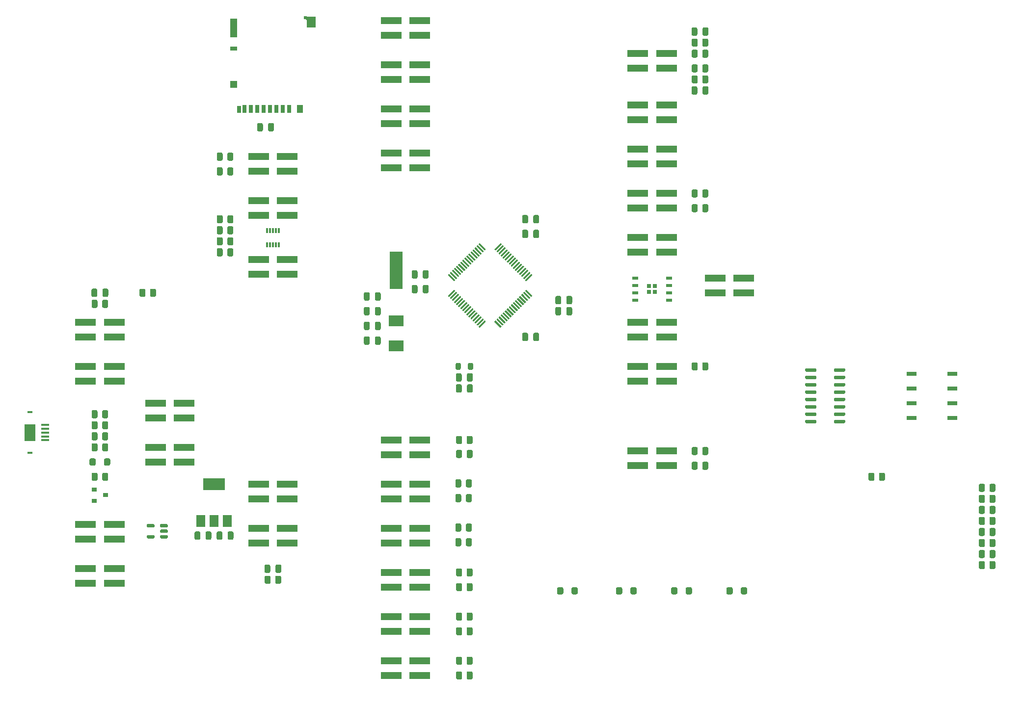
<source format=gbr>
%TF.GenerationSoftware,KiCad,Pcbnew,(5.1.10-1-10_14)*%
%TF.CreationDate,2021-06-11T06:32:06+09:00*%
%TF.ProjectId,demo32,64656d6f-3332-42e6-9b69-6361645f7063,rev?*%
%TF.SameCoordinates,Original*%
%TF.FileFunction,Paste,Top*%
%TF.FilePolarity,Positive*%
%FSLAX46Y46*%
G04 Gerber Fmt 4.6, Leading zero omitted, Abs format (unit mm)*
G04 Created by KiCad (PCBNEW (5.1.10-1-10_14)) date 2021-06-11 06:32:06*
%MOMM*%
%LPD*%
G01*
G04 APERTURE LIST*
%ADD10R,3.680000X1.270000*%
%ADD11R,1.350000X0.400000*%
%ADD12R,1.900000X2.900000*%
%ADD13R,0.850000X0.300000*%
%ADD14R,2.200000X6.500000*%
%ADD15R,2.600000X1.900000*%
%ADD16R,1.100000X0.500000*%
%ADD17R,0.800000X0.800000*%
%ADD18R,0.300000X0.825000*%
%ADD19R,3.800000X2.000000*%
%ADD20R,1.500000X2.000000*%
%ADD21R,0.900000X0.800000*%
%ADD22R,1.800000X0.800000*%
%ADD23R,0.700000X1.400000*%
%ADD24R,1.500000X1.900000*%
%ADD25R,1.000000X1.400000*%
%ADD26R,1.200000X1.200000*%
%ADD27R,1.200000X3.200000*%
%ADD28R,0.700000X1.200000*%
%ADD29R,0.500000X0.500000*%
%ADD30R,1.200000X0.800000*%
%ADD31C,0.100000*%
G04 APERTURE END LIST*
%TO.C,D2*%
G36*
G01*
X143615000Y-121000000D02*
X143615000Y-120300000D01*
G75*
G02*
X143890000Y-120025000I275000J0D01*
G01*
X144440000Y-120025000D01*
G75*
G02*
X144715000Y-120300000I0J-275000D01*
G01*
X144715000Y-121000000D01*
G75*
G02*
X144440000Y-121275000I-275000J0D01*
G01*
X143890000Y-121275000D01*
G75*
G02*
X143615000Y-121000000I0J275000D01*
G01*
G37*
G36*
G01*
X146115000Y-121000000D02*
X146115000Y-120300000D01*
G75*
G02*
X146390000Y-120025000I275000J0D01*
G01*
X146940000Y-120025000D01*
G75*
G02*
X147215000Y-120300000I0J-275000D01*
G01*
X147215000Y-121000000D01*
G75*
G02*
X146940000Y-121275000I-275000J0D01*
G01*
X146390000Y-121275000D01*
G75*
G02*
X146115000Y-121000000I0J275000D01*
G01*
G37*
%TD*%
D10*
%TO.C,XR9*%
X157545000Y-74295000D03*
X162495000Y-74295000D03*
X157545000Y-76835000D03*
X162495000Y-76835000D03*
%TD*%
D11*
%TO.C,J9*%
X55380000Y-92045000D03*
X55380000Y-92695000D03*
X55380000Y-93345000D03*
X55380000Y-94645000D03*
X55380000Y-93995000D03*
D12*
X52705000Y-93345000D03*
D13*
X52705000Y-96845000D03*
X52705000Y-89845000D03*
%TD*%
D10*
%TO.C,XR4*%
X97090000Y-55880000D03*
X92140000Y-55880000D03*
X97090000Y-53340000D03*
X92140000Y-53340000D03*
%TD*%
D14*
%TO.C,Y2*%
X115885000Y-65370000D03*
%TD*%
D15*
%TO.C,Y1*%
X115887500Y-78350000D03*
X115887500Y-74050000D03*
%TD*%
D10*
%TO.C,XR32*%
X92140000Y-109855000D03*
X97090000Y-109855000D03*
X92140000Y-112395000D03*
X97090000Y-112395000D03*
%TD*%
%TO.C,XR31*%
X92140000Y-102235000D03*
X97090000Y-102235000D03*
X92140000Y-104775000D03*
X97090000Y-104775000D03*
%TD*%
%TO.C,XR30*%
X62295000Y-81915000D03*
X67245000Y-81915000D03*
X62295000Y-84455000D03*
X67245000Y-84455000D03*
%TD*%
%TO.C,XR29*%
X62295000Y-74295000D03*
X67245000Y-74295000D03*
X62295000Y-76835000D03*
X67245000Y-76835000D03*
%TD*%
%TO.C,XR28*%
X62295000Y-116840000D03*
X67245000Y-116840000D03*
X62295000Y-119380000D03*
X67245000Y-119380000D03*
%TD*%
%TO.C,XR27*%
X62295000Y-109220000D03*
X67245000Y-109220000D03*
X62295000Y-111760000D03*
X67245000Y-111760000D03*
%TD*%
%TO.C,XR26*%
X74360000Y-88265000D03*
X79310000Y-88265000D03*
X74360000Y-90805000D03*
X79310000Y-90805000D03*
%TD*%
%TO.C,XR25*%
X74360000Y-95885000D03*
X79310000Y-95885000D03*
X74360000Y-98425000D03*
X79310000Y-98425000D03*
%TD*%
%TO.C,XR22*%
X92140000Y-45720000D03*
X97090000Y-45720000D03*
X92140000Y-48260000D03*
X97090000Y-48260000D03*
%TD*%
%TO.C,XR21*%
X115000000Y-132715000D03*
X119950000Y-132715000D03*
X115000000Y-135255000D03*
X119950000Y-135255000D03*
%TD*%
%TO.C,XR20*%
X115000000Y-125095000D03*
X119950000Y-125095000D03*
X115000000Y-127635000D03*
X119950000Y-127635000D03*
%TD*%
%TO.C,XR19*%
X157545000Y-81915000D03*
X162495000Y-81915000D03*
X157545000Y-84455000D03*
X162495000Y-84455000D03*
%TD*%
%TO.C,XR18*%
X115000000Y-117475000D03*
X119950000Y-117475000D03*
X115000000Y-120015000D03*
X119950000Y-120015000D03*
%TD*%
%TO.C,XR17*%
X115000000Y-109855000D03*
X119950000Y-109855000D03*
X115000000Y-112395000D03*
X119950000Y-112395000D03*
%TD*%
%TO.C,XR16*%
X115000000Y-102235000D03*
X119950000Y-102235000D03*
X115000000Y-104775000D03*
X119950000Y-104775000D03*
%TD*%
%TO.C,XR15*%
X115000000Y-94615000D03*
X119950000Y-94615000D03*
X115000000Y-97155000D03*
X119950000Y-97155000D03*
%TD*%
%TO.C,XR14*%
X119950000Y-47625000D03*
X115000000Y-47625000D03*
X119950000Y-45085000D03*
X115000000Y-45085000D03*
%TD*%
%TO.C,XR13*%
X119950000Y-24765000D03*
X115000000Y-24765000D03*
X119950000Y-22225000D03*
X115000000Y-22225000D03*
%TD*%
%TO.C,XR12*%
X119950000Y-32385000D03*
X115000000Y-32385000D03*
X119950000Y-29845000D03*
X115000000Y-29845000D03*
%TD*%
%TO.C,XR11*%
X119950000Y-40005000D03*
X115000000Y-40005000D03*
X119950000Y-37465000D03*
X115000000Y-37465000D03*
%TD*%
%TO.C,XR10*%
X175830000Y-69215000D03*
X170880000Y-69215000D03*
X175830000Y-66675000D03*
X170880000Y-66675000D03*
%TD*%
%TO.C,XR8*%
X157545000Y-59690000D03*
X162495000Y-59690000D03*
X157545000Y-62230000D03*
X162495000Y-62230000D03*
%TD*%
%TO.C,XR7*%
X157545000Y-52070000D03*
X162495000Y-52070000D03*
X157545000Y-54610000D03*
X162495000Y-54610000D03*
%TD*%
%TO.C,XR6*%
X157545000Y-96520000D03*
X162495000Y-96520000D03*
X157545000Y-99060000D03*
X162495000Y-99060000D03*
%TD*%
%TO.C,XR5*%
X97090000Y-66040000D03*
X92140000Y-66040000D03*
X97090000Y-63500000D03*
X92140000Y-63500000D03*
%TD*%
%TO.C,XR3*%
X157545000Y-44450000D03*
X162495000Y-44450000D03*
X157545000Y-46990000D03*
X162495000Y-46990000D03*
%TD*%
%TO.C,XR2*%
X157545000Y-36830000D03*
X162495000Y-36830000D03*
X157545000Y-39370000D03*
X162495000Y-39370000D03*
%TD*%
%TO.C,XR1*%
X157545000Y-27940000D03*
X162495000Y-27940000D03*
X157545000Y-30480000D03*
X162495000Y-30480000D03*
%TD*%
%TO.C,U102*%
G36*
G01*
X186415000Y-82700000D02*
X186415000Y-82400000D01*
G75*
G02*
X186565000Y-82250000I150000J0D01*
G01*
X188215000Y-82250000D01*
G75*
G02*
X188365000Y-82400000I0J-150000D01*
G01*
X188365000Y-82700000D01*
G75*
G02*
X188215000Y-82850000I-150000J0D01*
G01*
X186565000Y-82850000D01*
G75*
G02*
X186415000Y-82700000I0J150000D01*
G01*
G37*
G36*
G01*
X186415000Y-83970000D02*
X186415000Y-83670000D01*
G75*
G02*
X186565000Y-83520000I150000J0D01*
G01*
X188215000Y-83520000D01*
G75*
G02*
X188365000Y-83670000I0J-150000D01*
G01*
X188365000Y-83970000D01*
G75*
G02*
X188215000Y-84120000I-150000J0D01*
G01*
X186565000Y-84120000D01*
G75*
G02*
X186415000Y-83970000I0J150000D01*
G01*
G37*
G36*
G01*
X186415000Y-85240000D02*
X186415000Y-84940000D01*
G75*
G02*
X186565000Y-84790000I150000J0D01*
G01*
X188215000Y-84790000D01*
G75*
G02*
X188365000Y-84940000I0J-150000D01*
G01*
X188365000Y-85240000D01*
G75*
G02*
X188215000Y-85390000I-150000J0D01*
G01*
X186565000Y-85390000D01*
G75*
G02*
X186415000Y-85240000I0J150000D01*
G01*
G37*
G36*
G01*
X186415000Y-86510000D02*
X186415000Y-86210000D01*
G75*
G02*
X186565000Y-86060000I150000J0D01*
G01*
X188215000Y-86060000D01*
G75*
G02*
X188365000Y-86210000I0J-150000D01*
G01*
X188365000Y-86510000D01*
G75*
G02*
X188215000Y-86660000I-150000J0D01*
G01*
X186565000Y-86660000D01*
G75*
G02*
X186415000Y-86510000I0J150000D01*
G01*
G37*
G36*
G01*
X186415000Y-87780000D02*
X186415000Y-87480000D01*
G75*
G02*
X186565000Y-87330000I150000J0D01*
G01*
X188215000Y-87330000D01*
G75*
G02*
X188365000Y-87480000I0J-150000D01*
G01*
X188365000Y-87780000D01*
G75*
G02*
X188215000Y-87930000I-150000J0D01*
G01*
X186565000Y-87930000D01*
G75*
G02*
X186415000Y-87780000I0J150000D01*
G01*
G37*
G36*
G01*
X186415000Y-89050000D02*
X186415000Y-88750000D01*
G75*
G02*
X186565000Y-88600000I150000J0D01*
G01*
X188215000Y-88600000D01*
G75*
G02*
X188365000Y-88750000I0J-150000D01*
G01*
X188365000Y-89050000D01*
G75*
G02*
X188215000Y-89200000I-150000J0D01*
G01*
X186565000Y-89200000D01*
G75*
G02*
X186415000Y-89050000I0J150000D01*
G01*
G37*
G36*
G01*
X186415000Y-90320000D02*
X186415000Y-90020000D01*
G75*
G02*
X186565000Y-89870000I150000J0D01*
G01*
X188215000Y-89870000D01*
G75*
G02*
X188365000Y-90020000I0J-150000D01*
G01*
X188365000Y-90320000D01*
G75*
G02*
X188215000Y-90470000I-150000J0D01*
G01*
X186565000Y-90470000D01*
G75*
G02*
X186415000Y-90320000I0J150000D01*
G01*
G37*
G36*
G01*
X186415000Y-91590000D02*
X186415000Y-91290000D01*
G75*
G02*
X186565000Y-91140000I150000J0D01*
G01*
X188215000Y-91140000D01*
G75*
G02*
X188365000Y-91290000I0J-150000D01*
G01*
X188365000Y-91590000D01*
G75*
G02*
X188215000Y-91740000I-150000J0D01*
G01*
X186565000Y-91740000D01*
G75*
G02*
X186415000Y-91590000I0J150000D01*
G01*
G37*
G36*
G01*
X191365000Y-91590000D02*
X191365000Y-91290000D01*
G75*
G02*
X191515000Y-91140000I150000J0D01*
G01*
X193165000Y-91140000D01*
G75*
G02*
X193315000Y-91290000I0J-150000D01*
G01*
X193315000Y-91590000D01*
G75*
G02*
X193165000Y-91740000I-150000J0D01*
G01*
X191515000Y-91740000D01*
G75*
G02*
X191365000Y-91590000I0J150000D01*
G01*
G37*
G36*
G01*
X191365000Y-90320000D02*
X191365000Y-90020000D01*
G75*
G02*
X191515000Y-89870000I150000J0D01*
G01*
X193165000Y-89870000D01*
G75*
G02*
X193315000Y-90020000I0J-150000D01*
G01*
X193315000Y-90320000D01*
G75*
G02*
X193165000Y-90470000I-150000J0D01*
G01*
X191515000Y-90470000D01*
G75*
G02*
X191365000Y-90320000I0J150000D01*
G01*
G37*
G36*
G01*
X191365000Y-89050000D02*
X191365000Y-88750000D01*
G75*
G02*
X191515000Y-88600000I150000J0D01*
G01*
X193165000Y-88600000D01*
G75*
G02*
X193315000Y-88750000I0J-150000D01*
G01*
X193315000Y-89050000D01*
G75*
G02*
X193165000Y-89200000I-150000J0D01*
G01*
X191515000Y-89200000D01*
G75*
G02*
X191365000Y-89050000I0J150000D01*
G01*
G37*
G36*
G01*
X191365000Y-87780000D02*
X191365000Y-87480000D01*
G75*
G02*
X191515000Y-87330000I150000J0D01*
G01*
X193165000Y-87330000D01*
G75*
G02*
X193315000Y-87480000I0J-150000D01*
G01*
X193315000Y-87780000D01*
G75*
G02*
X193165000Y-87930000I-150000J0D01*
G01*
X191515000Y-87930000D01*
G75*
G02*
X191365000Y-87780000I0J150000D01*
G01*
G37*
G36*
G01*
X191365000Y-86510000D02*
X191365000Y-86210000D01*
G75*
G02*
X191515000Y-86060000I150000J0D01*
G01*
X193165000Y-86060000D01*
G75*
G02*
X193315000Y-86210000I0J-150000D01*
G01*
X193315000Y-86510000D01*
G75*
G02*
X193165000Y-86660000I-150000J0D01*
G01*
X191515000Y-86660000D01*
G75*
G02*
X191365000Y-86510000I0J150000D01*
G01*
G37*
G36*
G01*
X191365000Y-85240000D02*
X191365000Y-84940000D01*
G75*
G02*
X191515000Y-84790000I150000J0D01*
G01*
X193165000Y-84790000D01*
G75*
G02*
X193315000Y-84940000I0J-150000D01*
G01*
X193315000Y-85240000D01*
G75*
G02*
X193165000Y-85390000I-150000J0D01*
G01*
X191515000Y-85390000D01*
G75*
G02*
X191365000Y-85240000I0J150000D01*
G01*
G37*
G36*
G01*
X191365000Y-83970000D02*
X191365000Y-83670000D01*
G75*
G02*
X191515000Y-83520000I150000J0D01*
G01*
X193165000Y-83520000D01*
G75*
G02*
X193315000Y-83670000I0J-150000D01*
G01*
X193315000Y-83970000D01*
G75*
G02*
X193165000Y-84120000I-150000J0D01*
G01*
X191515000Y-84120000D01*
G75*
G02*
X191365000Y-83970000I0J150000D01*
G01*
G37*
G36*
G01*
X191365000Y-82700000D02*
X191365000Y-82400000D01*
G75*
G02*
X191515000Y-82250000I150000J0D01*
G01*
X193165000Y-82250000D01*
G75*
G02*
X193315000Y-82400000I0J-150000D01*
G01*
X193315000Y-82700000D01*
G75*
G02*
X193165000Y-82850000I-150000J0D01*
G01*
X191515000Y-82850000D01*
G75*
G02*
X191365000Y-82700000I0J150000D01*
G01*
G37*
%TD*%
D16*
%TO.C,U101*%
X157120000Y-66675000D03*
X157120000Y-67945000D03*
X157120000Y-69215000D03*
X157120000Y-70485000D03*
X162920000Y-70485000D03*
X162920000Y-69215000D03*
X162920000Y-67945000D03*
X162920000Y-66675000D03*
D17*
X160520000Y-68080000D03*
X159520000Y-68080000D03*
X159520000Y-69080000D03*
X160520000Y-69080000D03*
%TD*%
%TO.C,U4*%
G36*
G01*
X74201000Y-111163000D02*
X74201000Y-111463000D01*
G75*
G02*
X74051000Y-111613000I-150000J0D01*
G01*
X73026000Y-111613000D01*
G75*
G02*
X72876000Y-111463000I0J150000D01*
G01*
X72876000Y-111163000D01*
G75*
G02*
X73026000Y-111013000I150000J0D01*
G01*
X74051000Y-111013000D01*
G75*
G02*
X74201000Y-111163000I0J-150000D01*
G01*
G37*
G36*
G01*
X74201000Y-109263000D02*
X74201000Y-109563000D01*
G75*
G02*
X74051000Y-109713000I-150000J0D01*
G01*
X73026000Y-109713000D01*
G75*
G02*
X72876000Y-109563000I0J150000D01*
G01*
X72876000Y-109263000D01*
G75*
G02*
X73026000Y-109113000I150000J0D01*
G01*
X74051000Y-109113000D01*
G75*
G02*
X74201000Y-109263000I0J-150000D01*
G01*
G37*
G36*
G01*
X76476000Y-109263000D02*
X76476000Y-109563000D01*
G75*
G02*
X76326000Y-109713000I-150000J0D01*
G01*
X75301000Y-109713000D01*
G75*
G02*
X75151000Y-109563000I0J150000D01*
G01*
X75151000Y-109263000D01*
G75*
G02*
X75301000Y-109113000I150000J0D01*
G01*
X76326000Y-109113000D01*
G75*
G02*
X76476000Y-109263000I0J-150000D01*
G01*
G37*
G36*
G01*
X76476000Y-110213000D02*
X76476000Y-110513000D01*
G75*
G02*
X76326000Y-110663000I-150000J0D01*
G01*
X75301000Y-110663000D01*
G75*
G02*
X75151000Y-110513000I0J150000D01*
G01*
X75151000Y-110213000D01*
G75*
G02*
X75301000Y-110063000I150000J0D01*
G01*
X76326000Y-110063000D01*
G75*
G02*
X76476000Y-110213000I0J-150000D01*
G01*
G37*
G36*
G01*
X76476000Y-111163000D02*
X76476000Y-111463000D01*
G75*
G02*
X76326000Y-111613000I-150000J0D01*
G01*
X75301000Y-111613000D01*
G75*
G02*
X75151000Y-111463000I0J150000D01*
G01*
X75151000Y-111163000D01*
G75*
G02*
X75301000Y-111013000I150000J0D01*
G01*
X76326000Y-111013000D01*
G75*
G02*
X76476000Y-111163000I0J-150000D01*
G01*
G37*
%TD*%
D18*
%TO.C,U3*%
X95615000Y-58440000D03*
X95115000Y-58450000D03*
X94615000Y-58450000D03*
X94115000Y-58450000D03*
X93615000Y-58450000D03*
X93615000Y-60930000D03*
X94115000Y-60930000D03*
X94615000Y-60930000D03*
X95115000Y-60930000D03*
X95615000Y-60930000D03*
%TD*%
D19*
%TO.C,U2*%
X84455000Y-102260000D03*
D20*
X84455000Y-108560000D03*
X86755000Y-108560000D03*
X82155000Y-108560000D03*
%TD*%
%TO.C,U1*%
G36*
G01*
X124920544Y-69907222D02*
X124814478Y-69801156D01*
G75*
G02*
X124814478Y-69695090I53033J53033D01*
G01*
X125804428Y-68705140D01*
G75*
G02*
X125910494Y-68705140I53033J-53033D01*
G01*
X126016560Y-68811206D01*
G75*
G02*
X126016560Y-68917272I-53033J-53033D01*
G01*
X125026610Y-69907222D01*
G75*
G02*
X124920544Y-69907222I-53033J53033D01*
G01*
G37*
G36*
G01*
X125274097Y-70260775D02*
X125168031Y-70154709D01*
G75*
G02*
X125168031Y-70048643I53033J53033D01*
G01*
X126157981Y-69058693D01*
G75*
G02*
X126264047Y-69058693I53033J-53033D01*
G01*
X126370113Y-69164759D01*
G75*
G02*
X126370113Y-69270825I-53033J-53033D01*
G01*
X125380163Y-70260775D01*
G75*
G02*
X125274097Y-70260775I-53033J53033D01*
G01*
G37*
G36*
G01*
X125627650Y-70614328D02*
X125521584Y-70508262D01*
G75*
G02*
X125521584Y-70402196I53033J53033D01*
G01*
X126511534Y-69412246D01*
G75*
G02*
X126617600Y-69412246I53033J-53033D01*
G01*
X126723666Y-69518312D01*
G75*
G02*
X126723666Y-69624378I-53033J-53033D01*
G01*
X125733716Y-70614328D01*
G75*
G02*
X125627650Y-70614328I-53033J53033D01*
G01*
G37*
G36*
G01*
X125981204Y-70967882D02*
X125875138Y-70861816D01*
G75*
G02*
X125875138Y-70755750I53033J53033D01*
G01*
X126865088Y-69765800D01*
G75*
G02*
X126971154Y-69765800I53033J-53033D01*
G01*
X127077220Y-69871866D01*
G75*
G02*
X127077220Y-69977932I-53033J-53033D01*
G01*
X126087270Y-70967882D01*
G75*
G02*
X125981204Y-70967882I-53033J53033D01*
G01*
G37*
G36*
G01*
X126334757Y-71321435D02*
X126228691Y-71215369D01*
G75*
G02*
X126228691Y-71109303I53033J53033D01*
G01*
X127218641Y-70119353D01*
G75*
G02*
X127324707Y-70119353I53033J-53033D01*
G01*
X127430773Y-70225419D01*
G75*
G02*
X127430773Y-70331485I-53033J-53033D01*
G01*
X126440823Y-71321435D01*
G75*
G02*
X126334757Y-71321435I-53033J53033D01*
G01*
G37*
G36*
G01*
X126688311Y-71674989D02*
X126582245Y-71568923D01*
G75*
G02*
X126582245Y-71462857I53033J53033D01*
G01*
X127572195Y-70472907D01*
G75*
G02*
X127678261Y-70472907I53033J-53033D01*
G01*
X127784327Y-70578973D01*
G75*
G02*
X127784327Y-70685039I-53033J-53033D01*
G01*
X126794377Y-71674989D01*
G75*
G02*
X126688311Y-71674989I-53033J53033D01*
G01*
G37*
G36*
G01*
X127041864Y-72028542D02*
X126935798Y-71922476D01*
G75*
G02*
X126935798Y-71816410I53033J53033D01*
G01*
X127925748Y-70826460D01*
G75*
G02*
X128031814Y-70826460I53033J-53033D01*
G01*
X128137880Y-70932526D01*
G75*
G02*
X128137880Y-71038592I-53033J-53033D01*
G01*
X127147930Y-72028542D01*
G75*
G02*
X127041864Y-72028542I-53033J53033D01*
G01*
G37*
G36*
G01*
X127395417Y-72382095D02*
X127289351Y-72276029D01*
G75*
G02*
X127289351Y-72169963I53033J53033D01*
G01*
X128279301Y-71180013D01*
G75*
G02*
X128385367Y-71180013I53033J-53033D01*
G01*
X128491433Y-71286079D01*
G75*
G02*
X128491433Y-71392145I-53033J-53033D01*
G01*
X127501483Y-72382095D01*
G75*
G02*
X127395417Y-72382095I-53033J53033D01*
G01*
G37*
G36*
G01*
X127748971Y-72735649D02*
X127642905Y-72629583D01*
G75*
G02*
X127642905Y-72523517I53033J53033D01*
G01*
X128632855Y-71533567D01*
G75*
G02*
X128738921Y-71533567I53033J-53033D01*
G01*
X128844987Y-71639633D01*
G75*
G02*
X128844987Y-71745699I-53033J-53033D01*
G01*
X127855037Y-72735649D01*
G75*
G02*
X127748971Y-72735649I-53033J53033D01*
G01*
G37*
G36*
G01*
X128102524Y-73089202D02*
X127996458Y-72983136D01*
G75*
G02*
X127996458Y-72877070I53033J53033D01*
G01*
X128986408Y-71887120D01*
G75*
G02*
X129092474Y-71887120I53033J-53033D01*
G01*
X129198540Y-71993186D01*
G75*
G02*
X129198540Y-72099252I-53033J-53033D01*
G01*
X128208590Y-73089202D01*
G75*
G02*
X128102524Y-73089202I-53033J53033D01*
G01*
G37*
G36*
G01*
X128456077Y-73442755D02*
X128350011Y-73336689D01*
G75*
G02*
X128350011Y-73230623I53033J53033D01*
G01*
X129339961Y-72240673D01*
G75*
G02*
X129446027Y-72240673I53033J-53033D01*
G01*
X129552093Y-72346739D01*
G75*
G02*
X129552093Y-72452805I-53033J-53033D01*
G01*
X128562143Y-73442755D01*
G75*
G02*
X128456077Y-73442755I-53033J53033D01*
G01*
G37*
G36*
G01*
X128809631Y-73796309D02*
X128703565Y-73690243D01*
G75*
G02*
X128703565Y-73584177I53033J53033D01*
G01*
X129693515Y-72594227D01*
G75*
G02*
X129799581Y-72594227I53033J-53033D01*
G01*
X129905647Y-72700293D01*
G75*
G02*
X129905647Y-72806359I-53033J-53033D01*
G01*
X128915697Y-73796309D01*
G75*
G02*
X128809631Y-73796309I-53033J53033D01*
G01*
G37*
G36*
G01*
X129163184Y-74149862D02*
X129057118Y-74043796D01*
G75*
G02*
X129057118Y-73937730I53033J53033D01*
G01*
X130047068Y-72947780D01*
G75*
G02*
X130153134Y-72947780I53033J-53033D01*
G01*
X130259200Y-73053846D01*
G75*
G02*
X130259200Y-73159912I-53033J-53033D01*
G01*
X129269250Y-74149862D01*
G75*
G02*
X129163184Y-74149862I-53033J53033D01*
G01*
G37*
G36*
G01*
X129516738Y-74503416D02*
X129410672Y-74397350D01*
G75*
G02*
X129410672Y-74291284I53033J53033D01*
G01*
X130400622Y-73301334D01*
G75*
G02*
X130506688Y-73301334I53033J-53033D01*
G01*
X130612754Y-73407400D01*
G75*
G02*
X130612754Y-73513466I-53033J-53033D01*
G01*
X129622804Y-74503416D01*
G75*
G02*
X129516738Y-74503416I-53033J53033D01*
G01*
G37*
G36*
G01*
X129870291Y-74856969D02*
X129764225Y-74750903D01*
G75*
G02*
X129764225Y-74644837I53033J53033D01*
G01*
X130754175Y-73654887D01*
G75*
G02*
X130860241Y-73654887I53033J-53033D01*
G01*
X130966307Y-73760953D01*
G75*
G02*
X130966307Y-73867019I-53033J-53033D01*
G01*
X129976357Y-74856969D01*
G75*
G02*
X129870291Y-74856969I-53033J53033D01*
G01*
G37*
G36*
G01*
X130223844Y-75210522D02*
X130117778Y-75104456D01*
G75*
G02*
X130117778Y-74998390I53033J53033D01*
G01*
X131107728Y-74008440D01*
G75*
G02*
X131213794Y-74008440I53033J-53033D01*
G01*
X131319860Y-74114506D01*
G75*
G02*
X131319860Y-74220572I-53033J-53033D01*
G01*
X130329910Y-75210522D01*
G75*
G02*
X130223844Y-75210522I-53033J53033D01*
G01*
G37*
G36*
G01*
X133830090Y-75210522D02*
X132840140Y-74220572D01*
G75*
G02*
X132840140Y-74114506I53033J53033D01*
G01*
X132946206Y-74008440D01*
G75*
G02*
X133052272Y-74008440I53033J-53033D01*
G01*
X134042222Y-74998390D01*
G75*
G02*
X134042222Y-75104456I-53033J-53033D01*
G01*
X133936156Y-75210522D01*
G75*
G02*
X133830090Y-75210522I-53033J53033D01*
G01*
G37*
G36*
G01*
X134183643Y-74856969D02*
X133193693Y-73867019D01*
G75*
G02*
X133193693Y-73760953I53033J53033D01*
G01*
X133299759Y-73654887D01*
G75*
G02*
X133405825Y-73654887I53033J-53033D01*
G01*
X134395775Y-74644837D01*
G75*
G02*
X134395775Y-74750903I-53033J-53033D01*
G01*
X134289709Y-74856969D01*
G75*
G02*
X134183643Y-74856969I-53033J53033D01*
G01*
G37*
G36*
G01*
X134537196Y-74503416D02*
X133547246Y-73513466D01*
G75*
G02*
X133547246Y-73407400I53033J53033D01*
G01*
X133653312Y-73301334D01*
G75*
G02*
X133759378Y-73301334I53033J-53033D01*
G01*
X134749328Y-74291284D01*
G75*
G02*
X134749328Y-74397350I-53033J-53033D01*
G01*
X134643262Y-74503416D01*
G75*
G02*
X134537196Y-74503416I-53033J53033D01*
G01*
G37*
G36*
G01*
X134890750Y-74149862D02*
X133900800Y-73159912D01*
G75*
G02*
X133900800Y-73053846I53033J53033D01*
G01*
X134006866Y-72947780D01*
G75*
G02*
X134112932Y-72947780I53033J-53033D01*
G01*
X135102882Y-73937730D01*
G75*
G02*
X135102882Y-74043796I-53033J-53033D01*
G01*
X134996816Y-74149862D01*
G75*
G02*
X134890750Y-74149862I-53033J53033D01*
G01*
G37*
G36*
G01*
X135244303Y-73796309D02*
X134254353Y-72806359D01*
G75*
G02*
X134254353Y-72700293I53033J53033D01*
G01*
X134360419Y-72594227D01*
G75*
G02*
X134466485Y-72594227I53033J-53033D01*
G01*
X135456435Y-73584177D01*
G75*
G02*
X135456435Y-73690243I-53033J-53033D01*
G01*
X135350369Y-73796309D01*
G75*
G02*
X135244303Y-73796309I-53033J53033D01*
G01*
G37*
G36*
G01*
X135597857Y-73442755D02*
X134607907Y-72452805D01*
G75*
G02*
X134607907Y-72346739I53033J53033D01*
G01*
X134713973Y-72240673D01*
G75*
G02*
X134820039Y-72240673I53033J-53033D01*
G01*
X135809989Y-73230623D01*
G75*
G02*
X135809989Y-73336689I-53033J-53033D01*
G01*
X135703923Y-73442755D01*
G75*
G02*
X135597857Y-73442755I-53033J53033D01*
G01*
G37*
G36*
G01*
X135951410Y-73089202D02*
X134961460Y-72099252D01*
G75*
G02*
X134961460Y-71993186I53033J53033D01*
G01*
X135067526Y-71887120D01*
G75*
G02*
X135173592Y-71887120I53033J-53033D01*
G01*
X136163542Y-72877070D01*
G75*
G02*
X136163542Y-72983136I-53033J-53033D01*
G01*
X136057476Y-73089202D01*
G75*
G02*
X135951410Y-73089202I-53033J53033D01*
G01*
G37*
G36*
G01*
X136304963Y-72735649D02*
X135315013Y-71745699D01*
G75*
G02*
X135315013Y-71639633I53033J53033D01*
G01*
X135421079Y-71533567D01*
G75*
G02*
X135527145Y-71533567I53033J-53033D01*
G01*
X136517095Y-72523517D01*
G75*
G02*
X136517095Y-72629583I-53033J-53033D01*
G01*
X136411029Y-72735649D01*
G75*
G02*
X136304963Y-72735649I-53033J53033D01*
G01*
G37*
G36*
G01*
X136658517Y-72382095D02*
X135668567Y-71392145D01*
G75*
G02*
X135668567Y-71286079I53033J53033D01*
G01*
X135774633Y-71180013D01*
G75*
G02*
X135880699Y-71180013I53033J-53033D01*
G01*
X136870649Y-72169963D01*
G75*
G02*
X136870649Y-72276029I-53033J-53033D01*
G01*
X136764583Y-72382095D01*
G75*
G02*
X136658517Y-72382095I-53033J53033D01*
G01*
G37*
G36*
G01*
X137012070Y-72028542D02*
X136022120Y-71038592D01*
G75*
G02*
X136022120Y-70932526I53033J53033D01*
G01*
X136128186Y-70826460D01*
G75*
G02*
X136234252Y-70826460I53033J-53033D01*
G01*
X137224202Y-71816410D01*
G75*
G02*
X137224202Y-71922476I-53033J-53033D01*
G01*
X137118136Y-72028542D01*
G75*
G02*
X137012070Y-72028542I-53033J53033D01*
G01*
G37*
G36*
G01*
X137365623Y-71674989D02*
X136375673Y-70685039D01*
G75*
G02*
X136375673Y-70578973I53033J53033D01*
G01*
X136481739Y-70472907D01*
G75*
G02*
X136587805Y-70472907I53033J-53033D01*
G01*
X137577755Y-71462857D01*
G75*
G02*
X137577755Y-71568923I-53033J-53033D01*
G01*
X137471689Y-71674989D01*
G75*
G02*
X137365623Y-71674989I-53033J53033D01*
G01*
G37*
G36*
G01*
X137719177Y-71321435D02*
X136729227Y-70331485D01*
G75*
G02*
X136729227Y-70225419I53033J53033D01*
G01*
X136835293Y-70119353D01*
G75*
G02*
X136941359Y-70119353I53033J-53033D01*
G01*
X137931309Y-71109303D01*
G75*
G02*
X137931309Y-71215369I-53033J-53033D01*
G01*
X137825243Y-71321435D01*
G75*
G02*
X137719177Y-71321435I-53033J53033D01*
G01*
G37*
G36*
G01*
X138072730Y-70967882D02*
X137082780Y-69977932D01*
G75*
G02*
X137082780Y-69871866I53033J53033D01*
G01*
X137188846Y-69765800D01*
G75*
G02*
X137294912Y-69765800I53033J-53033D01*
G01*
X138284862Y-70755750D01*
G75*
G02*
X138284862Y-70861816I-53033J-53033D01*
G01*
X138178796Y-70967882D01*
G75*
G02*
X138072730Y-70967882I-53033J53033D01*
G01*
G37*
G36*
G01*
X138426284Y-70614328D02*
X137436334Y-69624378D01*
G75*
G02*
X137436334Y-69518312I53033J53033D01*
G01*
X137542400Y-69412246D01*
G75*
G02*
X137648466Y-69412246I53033J-53033D01*
G01*
X138638416Y-70402196D01*
G75*
G02*
X138638416Y-70508262I-53033J-53033D01*
G01*
X138532350Y-70614328D01*
G75*
G02*
X138426284Y-70614328I-53033J53033D01*
G01*
G37*
G36*
G01*
X138779837Y-70260775D02*
X137789887Y-69270825D01*
G75*
G02*
X137789887Y-69164759I53033J53033D01*
G01*
X137895953Y-69058693D01*
G75*
G02*
X138002019Y-69058693I53033J-53033D01*
G01*
X138991969Y-70048643D01*
G75*
G02*
X138991969Y-70154709I-53033J-53033D01*
G01*
X138885903Y-70260775D01*
G75*
G02*
X138779837Y-70260775I-53033J53033D01*
G01*
G37*
G36*
G01*
X139133390Y-69907222D02*
X138143440Y-68917272D01*
G75*
G02*
X138143440Y-68811206I53033J53033D01*
G01*
X138249506Y-68705140D01*
G75*
G02*
X138355572Y-68705140I53033J-53033D01*
G01*
X139345522Y-69695090D01*
G75*
G02*
X139345522Y-69801156I-53033J-53033D01*
G01*
X139239456Y-69907222D01*
G75*
G02*
X139133390Y-69907222I-53033J53033D01*
G01*
G37*
G36*
G01*
X138249506Y-67184860D02*
X138143440Y-67078794D01*
G75*
G02*
X138143440Y-66972728I53033J53033D01*
G01*
X139133390Y-65982778D01*
G75*
G02*
X139239456Y-65982778I53033J-53033D01*
G01*
X139345522Y-66088844D01*
G75*
G02*
X139345522Y-66194910I-53033J-53033D01*
G01*
X138355572Y-67184860D01*
G75*
G02*
X138249506Y-67184860I-53033J53033D01*
G01*
G37*
G36*
G01*
X137895953Y-66831307D02*
X137789887Y-66725241D01*
G75*
G02*
X137789887Y-66619175I53033J53033D01*
G01*
X138779837Y-65629225D01*
G75*
G02*
X138885903Y-65629225I53033J-53033D01*
G01*
X138991969Y-65735291D01*
G75*
G02*
X138991969Y-65841357I-53033J-53033D01*
G01*
X138002019Y-66831307D01*
G75*
G02*
X137895953Y-66831307I-53033J53033D01*
G01*
G37*
G36*
G01*
X137542400Y-66477754D02*
X137436334Y-66371688D01*
G75*
G02*
X137436334Y-66265622I53033J53033D01*
G01*
X138426284Y-65275672D01*
G75*
G02*
X138532350Y-65275672I53033J-53033D01*
G01*
X138638416Y-65381738D01*
G75*
G02*
X138638416Y-65487804I-53033J-53033D01*
G01*
X137648466Y-66477754D01*
G75*
G02*
X137542400Y-66477754I-53033J53033D01*
G01*
G37*
G36*
G01*
X137188846Y-66124200D02*
X137082780Y-66018134D01*
G75*
G02*
X137082780Y-65912068I53033J53033D01*
G01*
X138072730Y-64922118D01*
G75*
G02*
X138178796Y-64922118I53033J-53033D01*
G01*
X138284862Y-65028184D01*
G75*
G02*
X138284862Y-65134250I-53033J-53033D01*
G01*
X137294912Y-66124200D01*
G75*
G02*
X137188846Y-66124200I-53033J53033D01*
G01*
G37*
G36*
G01*
X136835293Y-65770647D02*
X136729227Y-65664581D01*
G75*
G02*
X136729227Y-65558515I53033J53033D01*
G01*
X137719177Y-64568565D01*
G75*
G02*
X137825243Y-64568565I53033J-53033D01*
G01*
X137931309Y-64674631D01*
G75*
G02*
X137931309Y-64780697I-53033J-53033D01*
G01*
X136941359Y-65770647D01*
G75*
G02*
X136835293Y-65770647I-53033J53033D01*
G01*
G37*
G36*
G01*
X136481739Y-65417093D02*
X136375673Y-65311027D01*
G75*
G02*
X136375673Y-65204961I53033J53033D01*
G01*
X137365623Y-64215011D01*
G75*
G02*
X137471689Y-64215011I53033J-53033D01*
G01*
X137577755Y-64321077D01*
G75*
G02*
X137577755Y-64427143I-53033J-53033D01*
G01*
X136587805Y-65417093D01*
G75*
G02*
X136481739Y-65417093I-53033J53033D01*
G01*
G37*
G36*
G01*
X136128186Y-65063540D02*
X136022120Y-64957474D01*
G75*
G02*
X136022120Y-64851408I53033J53033D01*
G01*
X137012070Y-63861458D01*
G75*
G02*
X137118136Y-63861458I53033J-53033D01*
G01*
X137224202Y-63967524D01*
G75*
G02*
X137224202Y-64073590I-53033J-53033D01*
G01*
X136234252Y-65063540D01*
G75*
G02*
X136128186Y-65063540I-53033J53033D01*
G01*
G37*
G36*
G01*
X135774633Y-64709987D02*
X135668567Y-64603921D01*
G75*
G02*
X135668567Y-64497855I53033J53033D01*
G01*
X136658517Y-63507905D01*
G75*
G02*
X136764583Y-63507905I53033J-53033D01*
G01*
X136870649Y-63613971D01*
G75*
G02*
X136870649Y-63720037I-53033J-53033D01*
G01*
X135880699Y-64709987D01*
G75*
G02*
X135774633Y-64709987I-53033J53033D01*
G01*
G37*
G36*
G01*
X135421079Y-64356433D02*
X135315013Y-64250367D01*
G75*
G02*
X135315013Y-64144301I53033J53033D01*
G01*
X136304963Y-63154351D01*
G75*
G02*
X136411029Y-63154351I53033J-53033D01*
G01*
X136517095Y-63260417D01*
G75*
G02*
X136517095Y-63366483I-53033J-53033D01*
G01*
X135527145Y-64356433D01*
G75*
G02*
X135421079Y-64356433I-53033J53033D01*
G01*
G37*
G36*
G01*
X135067526Y-64002880D02*
X134961460Y-63896814D01*
G75*
G02*
X134961460Y-63790748I53033J53033D01*
G01*
X135951410Y-62800798D01*
G75*
G02*
X136057476Y-62800798I53033J-53033D01*
G01*
X136163542Y-62906864D01*
G75*
G02*
X136163542Y-63012930I-53033J-53033D01*
G01*
X135173592Y-64002880D01*
G75*
G02*
X135067526Y-64002880I-53033J53033D01*
G01*
G37*
G36*
G01*
X134713973Y-63649327D02*
X134607907Y-63543261D01*
G75*
G02*
X134607907Y-63437195I53033J53033D01*
G01*
X135597857Y-62447245D01*
G75*
G02*
X135703923Y-62447245I53033J-53033D01*
G01*
X135809989Y-62553311D01*
G75*
G02*
X135809989Y-62659377I-53033J-53033D01*
G01*
X134820039Y-63649327D01*
G75*
G02*
X134713973Y-63649327I-53033J53033D01*
G01*
G37*
G36*
G01*
X134360419Y-63295773D02*
X134254353Y-63189707D01*
G75*
G02*
X134254353Y-63083641I53033J53033D01*
G01*
X135244303Y-62093691D01*
G75*
G02*
X135350369Y-62093691I53033J-53033D01*
G01*
X135456435Y-62199757D01*
G75*
G02*
X135456435Y-62305823I-53033J-53033D01*
G01*
X134466485Y-63295773D01*
G75*
G02*
X134360419Y-63295773I-53033J53033D01*
G01*
G37*
G36*
G01*
X134006866Y-62942220D02*
X133900800Y-62836154D01*
G75*
G02*
X133900800Y-62730088I53033J53033D01*
G01*
X134890750Y-61740138D01*
G75*
G02*
X134996816Y-61740138I53033J-53033D01*
G01*
X135102882Y-61846204D01*
G75*
G02*
X135102882Y-61952270I-53033J-53033D01*
G01*
X134112932Y-62942220D01*
G75*
G02*
X134006866Y-62942220I-53033J53033D01*
G01*
G37*
G36*
G01*
X133653312Y-62588666D02*
X133547246Y-62482600D01*
G75*
G02*
X133547246Y-62376534I53033J53033D01*
G01*
X134537196Y-61386584D01*
G75*
G02*
X134643262Y-61386584I53033J-53033D01*
G01*
X134749328Y-61492650D01*
G75*
G02*
X134749328Y-61598716I-53033J-53033D01*
G01*
X133759378Y-62588666D01*
G75*
G02*
X133653312Y-62588666I-53033J53033D01*
G01*
G37*
G36*
G01*
X133299759Y-62235113D02*
X133193693Y-62129047D01*
G75*
G02*
X133193693Y-62022981I53033J53033D01*
G01*
X134183643Y-61033031D01*
G75*
G02*
X134289709Y-61033031I53033J-53033D01*
G01*
X134395775Y-61139097D01*
G75*
G02*
X134395775Y-61245163I-53033J-53033D01*
G01*
X133405825Y-62235113D01*
G75*
G02*
X133299759Y-62235113I-53033J53033D01*
G01*
G37*
G36*
G01*
X132946206Y-61881560D02*
X132840140Y-61775494D01*
G75*
G02*
X132840140Y-61669428I53033J53033D01*
G01*
X133830090Y-60679478D01*
G75*
G02*
X133936156Y-60679478I53033J-53033D01*
G01*
X134042222Y-60785544D01*
G75*
G02*
X134042222Y-60891610I-53033J-53033D01*
G01*
X133052272Y-61881560D01*
G75*
G02*
X132946206Y-61881560I-53033J53033D01*
G01*
G37*
G36*
G01*
X131107728Y-61881560D02*
X130117778Y-60891610D01*
G75*
G02*
X130117778Y-60785544I53033J53033D01*
G01*
X130223844Y-60679478D01*
G75*
G02*
X130329910Y-60679478I53033J-53033D01*
G01*
X131319860Y-61669428D01*
G75*
G02*
X131319860Y-61775494I-53033J-53033D01*
G01*
X131213794Y-61881560D01*
G75*
G02*
X131107728Y-61881560I-53033J53033D01*
G01*
G37*
G36*
G01*
X130754175Y-62235113D02*
X129764225Y-61245163D01*
G75*
G02*
X129764225Y-61139097I53033J53033D01*
G01*
X129870291Y-61033031D01*
G75*
G02*
X129976357Y-61033031I53033J-53033D01*
G01*
X130966307Y-62022981D01*
G75*
G02*
X130966307Y-62129047I-53033J-53033D01*
G01*
X130860241Y-62235113D01*
G75*
G02*
X130754175Y-62235113I-53033J53033D01*
G01*
G37*
G36*
G01*
X130400622Y-62588666D02*
X129410672Y-61598716D01*
G75*
G02*
X129410672Y-61492650I53033J53033D01*
G01*
X129516738Y-61386584D01*
G75*
G02*
X129622804Y-61386584I53033J-53033D01*
G01*
X130612754Y-62376534D01*
G75*
G02*
X130612754Y-62482600I-53033J-53033D01*
G01*
X130506688Y-62588666D01*
G75*
G02*
X130400622Y-62588666I-53033J53033D01*
G01*
G37*
G36*
G01*
X130047068Y-62942220D02*
X129057118Y-61952270D01*
G75*
G02*
X129057118Y-61846204I53033J53033D01*
G01*
X129163184Y-61740138D01*
G75*
G02*
X129269250Y-61740138I53033J-53033D01*
G01*
X130259200Y-62730088D01*
G75*
G02*
X130259200Y-62836154I-53033J-53033D01*
G01*
X130153134Y-62942220D01*
G75*
G02*
X130047068Y-62942220I-53033J53033D01*
G01*
G37*
G36*
G01*
X129693515Y-63295773D02*
X128703565Y-62305823D01*
G75*
G02*
X128703565Y-62199757I53033J53033D01*
G01*
X128809631Y-62093691D01*
G75*
G02*
X128915697Y-62093691I53033J-53033D01*
G01*
X129905647Y-63083641D01*
G75*
G02*
X129905647Y-63189707I-53033J-53033D01*
G01*
X129799581Y-63295773D01*
G75*
G02*
X129693515Y-63295773I-53033J53033D01*
G01*
G37*
G36*
G01*
X129339961Y-63649327D02*
X128350011Y-62659377D01*
G75*
G02*
X128350011Y-62553311I53033J53033D01*
G01*
X128456077Y-62447245D01*
G75*
G02*
X128562143Y-62447245I53033J-53033D01*
G01*
X129552093Y-63437195D01*
G75*
G02*
X129552093Y-63543261I-53033J-53033D01*
G01*
X129446027Y-63649327D01*
G75*
G02*
X129339961Y-63649327I-53033J53033D01*
G01*
G37*
G36*
G01*
X128986408Y-64002880D02*
X127996458Y-63012930D01*
G75*
G02*
X127996458Y-62906864I53033J53033D01*
G01*
X128102524Y-62800798D01*
G75*
G02*
X128208590Y-62800798I53033J-53033D01*
G01*
X129198540Y-63790748D01*
G75*
G02*
X129198540Y-63896814I-53033J-53033D01*
G01*
X129092474Y-64002880D01*
G75*
G02*
X128986408Y-64002880I-53033J53033D01*
G01*
G37*
G36*
G01*
X128632855Y-64356433D02*
X127642905Y-63366483D01*
G75*
G02*
X127642905Y-63260417I53033J53033D01*
G01*
X127748971Y-63154351D01*
G75*
G02*
X127855037Y-63154351I53033J-53033D01*
G01*
X128844987Y-64144301D01*
G75*
G02*
X128844987Y-64250367I-53033J-53033D01*
G01*
X128738921Y-64356433D01*
G75*
G02*
X128632855Y-64356433I-53033J53033D01*
G01*
G37*
G36*
G01*
X128279301Y-64709987D02*
X127289351Y-63720037D01*
G75*
G02*
X127289351Y-63613971I53033J53033D01*
G01*
X127395417Y-63507905D01*
G75*
G02*
X127501483Y-63507905I53033J-53033D01*
G01*
X128491433Y-64497855D01*
G75*
G02*
X128491433Y-64603921I-53033J-53033D01*
G01*
X128385367Y-64709987D01*
G75*
G02*
X128279301Y-64709987I-53033J53033D01*
G01*
G37*
G36*
G01*
X127925748Y-65063540D02*
X126935798Y-64073590D01*
G75*
G02*
X126935798Y-63967524I53033J53033D01*
G01*
X127041864Y-63861458D01*
G75*
G02*
X127147930Y-63861458I53033J-53033D01*
G01*
X128137880Y-64851408D01*
G75*
G02*
X128137880Y-64957474I-53033J-53033D01*
G01*
X128031814Y-65063540D01*
G75*
G02*
X127925748Y-65063540I-53033J53033D01*
G01*
G37*
G36*
G01*
X127572195Y-65417093D02*
X126582245Y-64427143D01*
G75*
G02*
X126582245Y-64321077I53033J53033D01*
G01*
X126688311Y-64215011D01*
G75*
G02*
X126794377Y-64215011I53033J-53033D01*
G01*
X127784327Y-65204961D01*
G75*
G02*
X127784327Y-65311027I-53033J-53033D01*
G01*
X127678261Y-65417093D01*
G75*
G02*
X127572195Y-65417093I-53033J53033D01*
G01*
G37*
G36*
G01*
X127218641Y-65770647D02*
X126228691Y-64780697D01*
G75*
G02*
X126228691Y-64674631I53033J53033D01*
G01*
X126334757Y-64568565D01*
G75*
G02*
X126440823Y-64568565I53033J-53033D01*
G01*
X127430773Y-65558515D01*
G75*
G02*
X127430773Y-65664581I-53033J-53033D01*
G01*
X127324707Y-65770647D01*
G75*
G02*
X127218641Y-65770647I-53033J53033D01*
G01*
G37*
G36*
G01*
X126865088Y-66124200D02*
X125875138Y-65134250D01*
G75*
G02*
X125875138Y-65028184I53033J53033D01*
G01*
X125981204Y-64922118D01*
G75*
G02*
X126087270Y-64922118I53033J-53033D01*
G01*
X127077220Y-65912068D01*
G75*
G02*
X127077220Y-66018134I-53033J-53033D01*
G01*
X126971154Y-66124200D01*
G75*
G02*
X126865088Y-66124200I-53033J53033D01*
G01*
G37*
G36*
G01*
X126511534Y-66477754D02*
X125521584Y-65487804D01*
G75*
G02*
X125521584Y-65381738I53033J53033D01*
G01*
X125627650Y-65275672D01*
G75*
G02*
X125733716Y-65275672I53033J-53033D01*
G01*
X126723666Y-66265622D01*
G75*
G02*
X126723666Y-66371688I-53033J-53033D01*
G01*
X126617600Y-66477754D01*
G75*
G02*
X126511534Y-66477754I-53033J53033D01*
G01*
G37*
G36*
G01*
X126157981Y-66831307D02*
X125168031Y-65841357D01*
G75*
G02*
X125168031Y-65735291I53033J53033D01*
G01*
X125274097Y-65629225D01*
G75*
G02*
X125380163Y-65629225I53033J-53033D01*
G01*
X126370113Y-66619175D01*
G75*
G02*
X126370113Y-66725241I-53033J-53033D01*
G01*
X126264047Y-66831307D01*
G75*
G02*
X126157981Y-66831307I-53033J53033D01*
G01*
G37*
G36*
G01*
X125804428Y-67184860D02*
X124814478Y-66194910D01*
G75*
G02*
X124814478Y-66088844I53033J53033D01*
G01*
X124920544Y-65982778D01*
G75*
G02*
X125026610Y-65982778I53033J-53033D01*
G01*
X126016560Y-66972728D01*
G75*
G02*
X126016560Y-67078794I-53033J-53033D01*
G01*
X125910494Y-67184860D01*
G75*
G02*
X125804428Y-67184860I-53033J53033D01*
G01*
G37*
%TD*%
%TO.C,R137*%
G36*
G01*
X127235000Y-117024999D02*
X127235000Y-117925001D01*
G75*
G02*
X126985001Y-118175000I-249999J0D01*
G01*
X126459999Y-118175000D01*
G75*
G02*
X126210000Y-117925001I0J249999D01*
G01*
X126210000Y-117024999D01*
G75*
G02*
X126459999Y-116775000I249999J0D01*
G01*
X126985001Y-116775000D01*
G75*
G02*
X127235000Y-117024999I0J-249999D01*
G01*
G37*
G36*
G01*
X129060000Y-117024999D02*
X129060000Y-117925001D01*
G75*
G02*
X128810001Y-118175000I-249999J0D01*
G01*
X128284999Y-118175000D01*
G75*
G02*
X128035000Y-117925001I0J249999D01*
G01*
X128035000Y-117024999D01*
G75*
G02*
X128284999Y-116775000I249999J0D01*
G01*
X128810001Y-116775000D01*
G75*
G02*
X129060000Y-117024999I0J-249999D01*
G01*
G37*
%TD*%
%TO.C,R128*%
G36*
G01*
X127235000Y-119564999D02*
X127235000Y-120465001D01*
G75*
G02*
X126985001Y-120715000I-249999J0D01*
G01*
X126459999Y-120715000D01*
G75*
G02*
X126210000Y-120465001I0J249999D01*
G01*
X126210000Y-119564999D01*
G75*
G02*
X126459999Y-119315000I249999J0D01*
G01*
X126985001Y-119315000D01*
G75*
G02*
X127235000Y-119564999I0J-249999D01*
G01*
G37*
G36*
G01*
X129060000Y-119564999D02*
X129060000Y-120465001D01*
G75*
G02*
X128810001Y-120715000I-249999J0D01*
G01*
X128284999Y-120715000D01*
G75*
G02*
X128035000Y-120465001I0J249999D01*
G01*
X128035000Y-119564999D01*
G75*
G02*
X128284999Y-119315000I249999J0D01*
G01*
X128810001Y-119315000D01*
G75*
G02*
X129060000Y-119564999I0J-249999D01*
G01*
G37*
%TD*%
%TO.C,R126*%
G36*
G01*
X127108000Y-111817999D02*
X127108000Y-112718001D01*
G75*
G02*
X126858001Y-112968000I-249999J0D01*
G01*
X126332999Y-112968000D01*
G75*
G02*
X126083000Y-112718001I0J249999D01*
G01*
X126083000Y-111817999D01*
G75*
G02*
X126332999Y-111568000I249999J0D01*
G01*
X126858001Y-111568000D01*
G75*
G02*
X127108000Y-111817999I0J-249999D01*
G01*
G37*
G36*
G01*
X128933000Y-111817999D02*
X128933000Y-112718001D01*
G75*
G02*
X128683001Y-112968000I-249999J0D01*
G01*
X128157999Y-112968000D01*
G75*
G02*
X127908000Y-112718001I0J249999D01*
G01*
X127908000Y-111817999D01*
G75*
G02*
X128157999Y-111568000I249999J0D01*
G01*
X128683001Y-111568000D01*
G75*
G02*
X128933000Y-111817999I0J-249999D01*
G01*
G37*
%TD*%
%TO.C,R125*%
G36*
G01*
X127108000Y-109277999D02*
X127108000Y-110178001D01*
G75*
G02*
X126858001Y-110428000I-249999J0D01*
G01*
X126332999Y-110428000D01*
G75*
G02*
X126083000Y-110178001I0J249999D01*
G01*
X126083000Y-109277999D01*
G75*
G02*
X126332999Y-109028000I249999J0D01*
G01*
X126858001Y-109028000D01*
G75*
G02*
X127108000Y-109277999I0J-249999D01*
G01*
G37*
G36*
G01*
X128933000Y-109277999D02*
X128933000Y-110178001D01*
G75*
G02*
X128683001Y-110428000I-249999J0D01*
G01*
X128157999Y-110428000D01*
G75*
G02*
X127908000Y-110178001I0J249999D01*
G01*
X127908000Y-109277999D01*
G75*
G02*
X128157999Y-109028000I249999J0D01*
G01*
X128683001Y-109028000D01*
G75*
G02*
X128933000Y-109277999I0J-249999D01*
G01*
G37*
%TD*%
%TO.C,R124*%
G36*
G01*
X127108000Y-104197999D02*
X127108000Y-105098001D01*
G75*
G02*
X126858001Y-105348000I-249999J0D01*
G01*
X126332999Y-105348000D01*
G75*
G02*
X126083000Y-105098001I0J249999D01*
G01*
X126083000Y-104197999D01*
G75*
G02*
X126332999Y-103948000I249999J0D01*
G01*
X126858001Y-103948000D01*
G75*
G02*
X127108000Y-104197999I0J-249999D01*
G01*
G37*
G36*
G01*
X128933000Y-104197999D02*
X128933000Y-105098001D01*
G75*
G02*
X128683001Y-105348000I-249999J0D01*
G01*
X128157999Y-105348000D01*
G75*
G02*
X127908000Y-105098001I0J249999D01*
G01*
X127908000Y-104197999D01*
G75*
G02*
X128157999Y-103948000I249999J0D01*
G01*
X128683001Y-103948000D01*
G75*
G02*
X128933000Y-104197999I0J-249999D01*
G01*
G37*
%TD*%
%TO.C,R123*%
G36*
G01*
X127108000Y-101657999D02*
X127108000Y-102558001D01*
G75*
G02*
X126858001Y-102808000I-249999J0D01*
G01*
X126332999Y-102808000D01*
G75*
G02*
X126083000Y-102558001I0J249999D01*
G01*
X126083000Y-101657999D01*
G75*
G02*
X126332999Y-101408000I249999J0D01*
G01*
X126858001Y-101408000D01*
G75*
G02*
X127108000Y-101657999I0J-249999D01*
G01*
G37*
G36*
G01*
X128933000Y-101657999D02*
X128933000Y-102558001D01*
G75*
G02*
X128683001Y-102808000I-249999J0D01*
G01*
X128157999Y-102808000D01*
G75*
G02*
X127908000Y-102558001I0J249999D01*
G01*
X127908000Y-101657999D01*
G75*
G02*
X128157999Y-101408000I249999J0D01*
G01*
X128683001Y-101408000D01*
G75*
G02*
X128933000Y-101657999I0J-249999D01*
G01*
G37*
%TD*%
%TO.C,R121*%
G36*
G01*
X127235000Y-96577999D02*
X127235000Y-97478001D01*
G75*
G02*
X126985001Y-97728000I-249999J0D01*
G01*
X126459999Y-97728000D01*
G75*
G02*
X126210000Y-97478001I0J249999D01*
G01*
X126210000Y-96577999D01*
G75*
G02*
X126459999Y-96328000I249999J0D01*
G01*
X126985001Y-96328000D01*
G75*
G02*
X127235000Y-96577999I0J-249999D01*
G01*
G37*
G36*
G01*
X129060000Y-96577999D02*
X129060000Y-97478001D01*
G75*
G02*
X128810001Y-97728000I-249999J0D01*
G01*
X128284999Y-97728000D01*
G75*
G02*
X128035000Y-97478001I0J249999D01*
G01*
X128035000Y-96577999D01*
G75*
G02*
X128284999Y-96328000I249999J0D01*
G01*
X128810001Y-96328000D01*
G75*
G02*
X129060000Y-96577999I0J-249999D01*
G01*
G37*
%TD*%
%TO.C,R120*%
G36*
G01*
X127235000Y-94164999D02*
X127235000Y-95065001D01*
G75*
G02*
X126985001Y-95315000I-249999J0D01*
G01*
X126459999Y-95315000D01*
G75*
G02*
X126210000Y-95065001I0J249999D01*
G01*
X126210000Y-94164999D01*
G75*
G02*
X126459999Y-93915000I249999J0D01*
G01*
X126985001Y-93915000D01*
G75*
G02*
X127235000Y-94164999I0J-249999D01*
G01*
G37*
G36*
G01*
X129060000Y-94164999D02*
X129060000Y-95065001D01*
G75*
G02*
X128810001Y-95315000I-249999J0D01*
G01*
X128284999Y-95315000D01*
G75*
G02*
X128035000Y-95065001I0J249999D01*
G01*
X128035000Y-94164999D01*
G75*
G02*
X128284999Y-93915000I249999J0D01*
G01*
X128810001Y-93915000D01*
G75*
G02*
X129060000Y-94164999I0J-249999D01*
G01*
G37*
%TD*%
%TO.C,R117*%
G36*
G01*
X217405000Y-115754999D02*
X217405000Y-116655001D01*
G75*
G02*
X217155001Y-116905000I-249999J0D01*
G01*
X216629999Y-116905000D01*
G75*
G02*
X216380000Y-116655001I0J249999D01*
G01*
X216380000Y-115754999D01*
G75*
G02*
X216629999Y-115505000I249999J0D01*
G01*
X217155001Y-115505000D01*
G75*
G02*
X217405000Y-115754999I0J-249999D01*
G01*
G37*
G36*
G01*
X219230000Y-115754999D02*
X219230000Y-116655001D01*
G75*
G02*
X218980001Y-116905000I-249999J0D01*
G01*
X218454999Y-116905000D01*
G75*
G02*
X218205000Y-116655001I0J249999D01*
G01*
X218205000Y-115754999D01*
G75*
G02*
X218454999Y-115505000I249999J0D01*
G01*
X218980001Y-115505000D01*
G75*
G02*
X219230000Y-115754999I0J-249999D01*
G01*
G37*
%TD*%
%TO.C,R116*%
G36*
G01*
X217405000Y-113849999D02*
X217405000Y-114750001D01*
G75*
G02*
X217155001Y-115000000I-249999J0D01*
G01*
X216629999Y-115000000D01*
G75*
G02*
X216380000Y-114750001I0J249999D01*
G01*
X216380000Y-113849999D01*
G75*
G02*
X216629999Y-113600000I249999J0D01*
G01*
X217155001Y-113600000D01*
G75*
G02*
X217405000Y-113849999I0J-249999D01*
G01*
G37*
G36*
G01*
X219230000Y-113849999D02*
X219230000Y-114750001D01*
G75*
G02*
X218980001Y-115000000I-249999J0D01*
G01*
X218454999Y-115000000D01*
G75*
G02*
X218205000Y-114750001I0J249999D01*
G01*
X218205000Y-113849999D01*
G75*
G02*
X218454999Y-113600000I249999J0D01*
G01*
X218980001Y-113600000D01*
G75*
G02*
X219230000Y-113849999I0J-249999D01*
G01*
G37*
%TD*%
%TO.C,R115*%
G36*
G01*
X217405000Y-111944999D02*
X217405000Y-112845001D01*
G75*
G02*
X217155001Y-113095000I-249999J0D01*
G01*
X216629999Y-113095000D01*
G75*
G02*
X216380000Y-112845001I0J249999D01*
G01*
X216380000Y-111944999D01*
G75*
G02*
X216629999Y-111695000I249999J0D01*
G01*
X217155001Y-111695000D01*
G75*
G02*
X217405000Y-111944999I0J-249999D01*
G01*
G37*
G36*
G01*
X219230000Y-111944999D02*
X219230000Y-112845001D01*
G75*
G02*
X218980001Y-113095000I-249999J0D01*
G01*
X218454999Y-113095000D01*
G75*
G02*
X218205000Y-112845001I0J249999D01*
G01*
X218205000Y-111944999D01*
G75*
G02*
X218454999Y-111695000I249999J0D01*
G01*
X218980001Y-111695000D01*
G75*
G02*
X219230000Y-111944999I0J-249999D01*
G01*
G37*
%TD*%
%TO.C,R114*%
G36*
G01*
X217405000Y-110039999D02*
X217405000Y-110940001D01*
G75*
G02*
X217155001Y-111190000I-249999J0D01*
G01*
X216629999Y-111190000D01*
G75*
G02*
X216380000Y-110940001I0J249999D01*
G01*
X216380000Y-110039999D01*
G75*
G02*
X216629999Y-109790000I249999J0D01*
G01*
X217155001Y-109790000D01*
G75*
G02*
X217405000Y-110039999I0J-249999D01*
G01*
G37*
G36*
G01*
X219230000Y-110039999D02*
X219230000Y-110940001D01*
G75*
G02*
X218980001Y-111190000I-249999J0D01*
G01*
X218454999Y-111190000D01*
G75*
G02*
X218205000Y-110940001I0J249999D01*
G01*
X218205000Y-110039999D01*
G75*
G02*
X218454999Y-109790000I249999J0D01*
G01*
X218980001Y-109790000D01*
G75*
G02*
X219230000Y-110039999I0J-249999D01*
G01*
G37*
%TD*%
%TO.C,R113*%
G36*
G01*
X217405000Y-108134999D02*
X217405000Y-109035001D01*
G75*
G02*
X217155001Y-109285000I-249999J0D01*
G01*
X216629999Y-109285000D01*
G75*
G02*
X216380000Y-109035001I0J249999D01*
G01*
X216380000Y-108134999D01*
G75*
G02*
X216629999Y-107885000I249999J0D01*
G01*
X217155001Y-107885000D01*
G75*
G02*
X217405000Y-108134999I0J-249999D01*
G01*
G37*
G36*
G01*
X219230000Y-108134999D02*
X219230000Y-109035001D01*
G75*
G02*
X218980001Y-109285000I-249999J0D01*
G01*
X218454999Y-109285000D01*
G75*
G02*
X218205000Y-109035001I0J249999D01*
G01*
X218205000Y-108134999D01*
G75*
G02*
X218454999Y-107885000I249999J0D01*
G01*
X218980001Y-107885000D01*
G75*
G02*
X219230000Y-108134999I0J-249999D01*
G01*
G37*
%TD*%
%TO.C,R112*%
G36*
G01*
X217405000Y-106229999D02*
X217405000Y-107130001D01*
G75*
G02*
X217155001Y-107380000I-249999J0D01*
G01*
X216629999Y-107380000D01*
G75*
G02*
X216380000Y-107130001I0J249999D01*
G01*
X216380000Y-106229999D01*
G75*
G02*
X216629999Y-105980000I249999J0D01*
G01*
X217155001Y-105980000D01*
G75*
G02*
X217405000Y-106229999I0J-249999D01*
G01*
G37*
G36*
G01*
X219230000Y-106229999D02*
X219230000Y-107130001D01*
G75*
G02*
X218980001Y-107380000I-249999J0D01*
G01*
X218454999Y-107380000D01*
G75*
G02*
X218205000Y-107130001I0J249999D01*
G01*
X218205000Y-106229999D01*
G75*
G02*
X218454999Y-105980000I249999J0D01*
G01*
X218980001Y-105980000D01*
G75*
G02*
X219230000Y-106229999I0J-249999D01*
G01*
G37*
%TD*%
%TO.C,R111*%
G36*
G01*
X217405000Y-104324999D02*
X217405000Y-105225001D01*
G75*
G02*
X217155001Y-105475000I-249999J0D01*
G01*
X216629999Y-105475000D01*
G75*
G02*
X216380000Y-105225001I0J249999D01*
G01*
X216380000Y-104324999D01*
G75*
G02*
X216629999Y-104075000I249999J0D01*
G01*
X217155001Y-104075000D01*
G75*
G02*
X217405000Y-104324999I0J-249999D01*
G01*
G37*
G36*
G01*
X219230000Y-104324999D02*
X219230000Y-105225001D01*
G75*
G02*
X218980001Y-105475000I-249999J0D01*
G01*
X218454999Y-105475000D01*
G75*
G02*
X218205000Y-105225001I0J249999D01*
G01*
X218205000Y-104324999D01*
G75*
G02*
X218454999Y-104075000I249999J0D01*
G01*
X218980001Y-104075000D01*
G75*
G02*
X219230000Y-104324999I0J-249999D01*
G01*
G37*
%TD*%
%TO.C,R110*%
G36*
G01*
X217405000Y-102419999D02*
X217405000Y-103320001D01*
G75*
G02*
X217155001Y-103570000I-249999J0D01*
G01*
X216629999Y-103570000D01*
G75*
G02*
X216380000Y-103320001I0J249999D01*
G01*
X216380000Y-102419999D01*
G75*
G02*
X216629999Y-102170000I249999J0D01*
G01*
X217155001Y-102170000D01*
G75*
G02*
X217405000Y-102419999I0J-249999D01*
G01*
G37*
G36*
G01*
X219230000Y-102419999D02*
X219230000Y-103320001D01*
G75*
G02*
X218980001Y-103570000I-249999J0D01*
G01*
X218454999Y-103570000D01*
G75*
G02*
X218205000Y-103320001I0J249999D01*
G01*
X218205000Y-102419999D01*
G75*
G02*
X218454999Y-102170000I249999J0D01*
G01*
X218980001Y-102170000D01*
G75*
G02*
X219230000Y-102419999I0J-249999D01*
G01*
G37*
%TD*%
%TO.C,R109*%
G36*
G01*
X168675000Y-82365001D02*
X168675000Y-81464999D01*
G75*
G02*
X168924999Y-81215000I249999J0D01*
G01*
X169450001Y-81215000D01*
G75*
G02*
X169700000Y-81464999I0J-249999D01*
G01*
X169700000Y-82365001D01*
G75*
G02*
X169450001Y-82615000I-249999J0D01*
G01*
X168924999Y-82615000D01*
G75*
G02*
X168675000Y-82365001I0J249999D01*
G01*
G37*
G36*
G01*
X166850000Y-82365001D02*
X166850000Y-81464999D01*
G75*
G02*
X167099999Y-81215000I249999J0D01*
G01*
X167625001Y-81215000D01*
G75*
G02*
X167875000Y-81464999I0J-249999D01*
G01*
X167875000Y-82365001D01*
G75*
G02*
X167625001Y-82615000I-249999J0D01*
G01*
X167099999Y-82615000D01*
G75*
G02*
X166850000Y-82365001I0J249999D01*
G01*
G37*
%TD*%
%TO.C,R108*%
G36*
G01*
X167875000Y-98609999D02*
X167875000Y-99510001D01*
G75*
G02*
X167625001Y-99760000I-249999J0D01*
G01*
X167099999Y-99760000D01*
G75*
G02*
X166850000Y-99510001I0J249999D01*
G01*
X166850000Y-98609999D01*
G75*
G02*
X167099999Y-98360000I249999J0D01*
G01*
X167625001Y-98360000D01*
G75*
G02*
X167875000Y-98609999I0J-249999D01*
G01*
G37*
G36*
G01*
X169700000Y-98609999D02*
X169700000Y-99510001D01*
G75*
G02*
X169450001Y-99760000I-249999J0D01*
G01*
X168924999Y-99760000D01*
G75*
G02*
X168675000Y-99510001I0J249999D01*
G01*
X168675000Y-98609999D01*
G75*
G02*
X168924999Y-98360000I249999J0D01*
G01*
X169450001Y-98360000D01*
G75*
G02*
X169700000Y-98609999I0J-249999D01*
G01*
G37*
%TD*%
%TO.C,R107*%
G36*
G01*
X168675000Y-96970001D02*
X168675000Y-96069999D01*
G75*
G02*
X168924999Y-95820000I249999J0D01*
G01*
X169450001Y-95820000D01*
G75*
G02*
X169700000Y-96069999I0J-249999D01*
G01*
X169700000Y-96970001D01*
G75*
G02*
X169450001Y-97220000I-249999J0D01*
G01*
X168924999Y-97220000D01*
G75*
G02*
X168675000Y-96970001I0J249999D01*
G01*
G37*
G36*
G01*
X166850000Y-96970001D02*
X166850000Y-96069999D01*
G75*
G02*
X167099999Y-95820000I249999J0D01*
G01*
X167625001Y-95820000D01*
G75*
G02*
X167875000Y-96069999I0J-249999D01*
G01*
X167875000Y-96970001D01*
G75*
G02*
X167625001Y-97220000I-249999J0D01*
G01*
X167099999Y-97220000D01*
G75*
G02*
X166850000Y-96970001I0J249999D01*
G01*
G37*
%TD*%
%TO.C,R106*%
G36*
G01*
X167875000Y-31934999D02*
X167875000Y-32835001D01*
G75*
G02*
X167625001Y-33085000I-249999J0D01*
G01*
X167099999Y-33085000D01*
G75*
G02*
X166850000Y-32835001I0J249999D01*
G01*
X166850000Y-31934999D01*
G75*
G02*
X167099999Y-31685000I249999J0D01*
G01*
X167625001Y-31685000D01*
G75*
G02*
X167875000Y-31934999I0J-249999D01*
G01*
G37*
G36*
G01*
X169700000Y-31934999D02*
X169700000Y-32835001D01*
G75*
G02*
X169450001Y-33085000I-249999J0D01*
G01*
X168924999Y-33085000D01*
G75*
G02*
X168675000Y-32835001I0J249999D01*
G01*
X168675000Y-31934999D01*
G75*
G02*
X168924999Y-31685000I249999J0D01*
G01*
X169450001Y-31685000D01*
G75*
G02*
X169700000Y-31934999I0J-249999D01*
G01*
G37*
%TD*%
%TO.C,R105*%
G36*
G01*
X168675000Y-30930001D02*
X168675000Y-30029999D01*
G75*
G02*
X168924999Y-29780000I249999J0D01*
G01*
X169450001Y-29780000D01*
G75*
G02*
X169700000Y-30029999I0J-249999D01*
G01*
X169700000Y-30930001D01*
G75*
G02*
X169450001Y-31180000I-249999J0D01*
G01*
X168924999Y-31180000D01*
G75*
G02*
X168675000Y-30930001I0J249999D01*
G01*
G37*
G36*
G01*
X166850000Y-30930001D02*
X166850000Y-30029999D01*
G75*
G02*
X167099999Y-29780000I249999J0D01*
G01*
X167625001Y-29780000D01*
G75*
G02*
X167875000Y-30029999I0J-249999D01*
G01*
X167875000Y-30930001D01*
G75*
G02*
X167625001Y-31180000I-249999J0D01*
G01*
X167099999Y-31180000D01*
G75*
G02*
X166850000Y-30930001I0J249999D01*
G01*
G37*
%TD*%
%TO.C,R104*%
G36*
G01*
X167875000Y-25584999D02*
X167875000Y-26485001D01*
G75*
G02*
X167625001Y-26735000I-249999J0D01*
G01*
X167099999Y-26735000D01*
G75*
G02*
X166850000Y-26485001I0J249999D01*
G01*
X166850000Y-25584999D01*
G75*
G02*
X167099999Y-25335000I249999J0D01*
G01*
X167625001Y-25335000D01*
G75*
G02*
X167875000Y-25584999I0J-249999D01*
G01*
G37*
G36*
G01*
X169700000Y-25584999D02*
X169700000Y-26485001D01*
G75*
G02*
X169450001Y-26735000I-249999J0D01*
G01*
X168924999Y-26735000D01*
G75*
G02*
X168675000Y-26485001I0J249999D01*
G01*
X168675000Y-25584999D01*
G75*
G02*
X168924999Y-25335000I249999J0D01*
G01*
X169450001Y-25335000D01*
G75*
G02*
X169700000Y-25584999I0J-249999D01*
G01*
G37*
%TD*%
%TO.C,R103*%
G36*
G01*
X168675000Y-28390001D02*
X168675000Y-27489999D01*
G75*
G02*
X168924999Y-27240000I249999J0D01*
G01*
X169450001Y-27240000D01*
G75*
G02*
X169700000Y-27489999I0J-249999D01*
G01*
X169700000Y-28390001D01*
G75*
G02*
X169450001Y-28640000I-249999J0D01*
G01*
X168924999Y-28640000D01*
G75*
G02*
X168675000Y-28390001I0J249999D01*
G01*
G37*
G36*
G01*
X166850000Y-28390001D02*
X166850000Y-27489999D01*
G75*
G02*
X167099999Y-27240000I249999J0D01*
G01*
X167625001Y-27240000D01*
G75*
G02*
X167875000Y-27489999I0J-249999D01*
G01*
X167875000Y-28390001D01*
G75*
G02*
X167625001Y-28640000I-249999J0D01*
G01*
X167099999Y-28640000D01*
G75*
G02*
X166850000Y-28390001I0J249999D01*
G01*
G37*
%TD*%
%TO.C,R102*%
G36*
G01*
X85960000Y-47809999D02*
X85960000Y-48710001D01*
G75*
G02*
X85710001Y-48960000I-249999J0D01*
G01*
X85184999Y-48960000D01*
G75*
G02*
X84935000Y-48710001I0J249999D01*
G01*
X84935000Y-47809999D01*
G75*
G02*
X85184999Y-47560000I249999J0D01*
G01*
X85710001Y-47560000D01*
G75*
G02*
X85960000Y-47809999I0J-249999D01*
G01*
G37*
G36*
G01*
X87785000Y-47809999D02*
X87785000Y-48710001D01*
G75*
G02*
X87535001Y-48960000I-249999J0D01*
G01*
X87009999Y-48960000D01*
G75*
G02*
X86760000Y-48710001I0J249999D01*
G01*
X86760000Y-47809999D01*
G75*
G02*
X87009999Y-47560000I249999J0D01*
G01*
X87535001Y-47560000D01*
G75*
G02*
X87785000Y-47809999I0J-249999D01*
G01*
G37*
%TD*%
%TO.C,R101*%
G36*
G01*
X85960000Y-45269999D02*
X85960000Y-46170001D01*
G75*
G02*
X85710001Y-46420000I-249999J0D01*
G01*
X85184999Y-46420000D01*
G75*
G02*
X84935000Y-46170001I0J249999D01*
G01*
X84935000Y-45269999D01*
G75*
G02*
X85184999Y-45020000I249999J0D01*
G01*
X85710001Y-45020000D01*
G75*
G02*
X85960000Y-45269999I0J-249999D01*
G01*
G37*
G36*
G01*
X87785000Y-45269999D02*
X87785000Y-46170001D01*
G75*
G02*
X87535001Y-46420000I-249999J0D01*
G01*
X87009999Y-46420000D01*
G75*
G02*
X86760000Y-46170001I0J249999D01*
G01*
X86760000Y-45269999D01*
G75*
G02*
X87009999Y-45020000I249999J0D01*
G01*
X87535001Y-45020000D01*
G75*
G02*
X87785000Y-45269999I0J-249999D01*
G01*
G37*
%TD*%
%TO.C,R22*%
G36*
G01*
X65170000Y-101415001D02*
X65170000Y-100514999D01*
G75*
G02*
X65419999Y-100265000I249999J0D01*
G01*
X65945001Y-100265000D01*
G75*
G02*
X66195000Y-100514999I0J-249999D01*
G01*
X66195000Y-101415001D01*
G75*
G02*
X65945001Y-101665000I-249999J0D01*
G01*
X65419999Y-101665000D01*
G75*
G02*
X65170000Y-101415001I0J249999D01*
G01*
G37*
G36*
G01*
X63345000Y-101415001D02*
X63345000Y-100514999D01*
G75*
G02*
X63594999Y-100265000I249999J0D01*
G01*
X64120001Y-100265000D01*
G75*
G02*
X64370000Y-100514999I0J-249999D01*
G01*
X64370000Y-101415001D01*
G75*
G02*
X64120001Y-101665000I-249999J0D01*
G01*
X63594999Y-101665000D01*
G75*
G02*
X63345000Y-101415001I0J249999D01*
G01*
G37*
%TD*%
%TO.C,R20*%
G36*
G01*
X85960000Y-56064999D02*
X85960000Y-56965001D01*
G75*
G02*
X85710001Y-57215000I-249999J0D01*
G01*
X85184999Y-57215000D01*
G75*
G02*
X84935000Y-56965001I0J249999D01*
G01*
X84935000Y-56064999D01*
G75*
G02*
X85184999Y-55815000I249999J0D01*
G01*
X85710001Y-55815000D01*
G75*
G02*
X85960000Y-56064999I0J-249999D01*
G01*
G37*
G36*
G01*
X87785000Y-56064999D02*
X87785000Y-56965001D01*
G75*
G02*
X87535001Y-57215000I-249999J0D01*
G01*
X87009999Y-57215000D01*
G75*
G02*
X86760000Y-56965001I0J249999D01*
G01*
X86760000Y-56064999D01*
G75*
G02*
X87009999Y-55815000I249999J0D01*
G01*
X87535001Y-55815000D01*
G75*
G02*
X87785000Y-56064999I0J-249999D01*
G01*
G37*
%TD*%
%TO.C,R19*%
G36*
G01*
X94215000Y-118294999D02*
X94215000Y-119195001D01*
G75*
G02*
X93965001Y-119445000I-249999J0D01*
G01*
X93439999Y-119445000D01*
G75*
G02*
X93190000Y-119195001I0J249999D01*
G01*
X93190000Y-118294999D01*
G75*
G02*
X93439999Y-118045000I249999J0D01*
G01*
X93965001Y-118045000D01*
G75*
G02*
X94215000Y-118294999I0J-249999D01*
G01*
G37*
G36*
G01*
X96040000Y-118294999D02*
X96040000Y-119195001D01*
G75*
G02*
X95790001Y-119445000I-249999J0D01*
G01*
X95264999Y-119445000D01*
G75*
G02*
X95015000Y-119195001I0J249999D01*
G01*
X95015000Y-118294999D01*
G75*
G02*
X95264999Y-118045000I249999J0D01*
G01*
X95790001Y-118045000D01*
G75*
G02*
X96040000Y-118294999I0J-249999D01*
G01*
G37*
%TD*%
%TO.C,R17*%
G36*
G01*
X198355000Y-100514999D02*
X198355000Y-101415001D01*
G75*
G02*
X198105001Y-101665000I-249999J0D01*
G01*
X197579999Y-101665000D01*
G75*
G02*
X197330000Y-101415001I0J249999D01*
G01*
X197330000Y-100514999D01*
G75*
G02*
X197579999Y-100265000I249999J0D01*
G01*
X198105001Y-100265000D01*
G75*
G02*
X198355000Y-100514999I0J-249999D01*
G01*
G37*
G36*
G01*
X200180000Y-100514999D02*
X200180000Y-101415001D01*
G75*
G02*
X199930001Y-101665000I-249999J0D01*
G01*
X199404999Y-101665000D01*
G75*
G02*
X199155000Y-101415001I0J249999D01*
G01*
X199155000Y-100514999D01*
G75*
G02*
X199404999Y-100265000I249999J0D01*
G01*
X199930001Y-100265000D01*
G75*
G02*
X200180000Y-100514999I0J-249999D01*
G01*
G37*
%TD*%
%TO.C,R16*%
G36*
G01*
X64370000Y-89719999D02*
X64370000Y-90620001D01*
G75*
G02*
X64120001Y-90870000I-249999J0D01*
G01*
X63594999Y-90870000D01*
G75*
G02*
X63345000Y-90620001I0J249999D01*
G01*
X63345000Y-89719999D01*
G75*
G02*
X63594999Y-89470000I249999J0D01*
G01*
X64120001Y-89470000D01*
G75*
G02*
X64370000Y-89719999I0J-249999D01*
G01*
G37*
G36*
G01*
X66195000Y-89719999D02*
X66195000Y-90620001D01*
G75*
G02*
X65945001Y-90870000I-249999J0D01*
G01*
X65419999Y-90870000D01*
G75*
G02*
X65170000Y-90620001I0J249999D01*
G01*
X65170000Y-89719999D01*
G75*
G02*
X65419999Y-89470000I249999J0D01*
G01*
X65945001Y-89470000D01*
G75*
G02*
X66195000Y-89719999I0J-249999D01*
G01*
G37*
%TD*%
%TO.C,R15*%
G36*
G01*
X73425000Y-69665001D02*
X73425000Y-68764999D01*
G75*
G02*
X73674999Y-68515000I249999J0D01*
G01*
X74200001Y-68515000D01*
G75*
G02*
X74450000Y-68764999I0J-249999D01*
G01*
X74450000Y-69665001D01*
G75*
G02*
X74200001Y-69915000I-249999J0D01*
G01*
X73674999Y-69915000D01*
G75*
G02*
X73425000Y-69665001I0J249999D01*
G01*
G37*
G36*
G01*
X71600000Y-69665001D02*
X71600000Y-68764999D01*
G75*
G02*
X71849999Y-68515000I249999J0D01*
G01*
X72375001Y-68515000D01*
G75*
G02*
X72625000Y-68764999I0J-249999D01*
G01*
X72625000Y-69665001D01*
G75*
G02*
X72375001Y-69915000I-249999J0D01*
G01*
X71849999Y-69915000D01*
G75*
G02*
X71600000Y-69665001I0J249999D01*
G01*
G37*
%TD*%
%TO.C,R14*%
G36*
G01*
X85960000Y-57969999D02*
X85960000Y-58870001D01*
G75*
G02*
X85710001Y-59120000I-249999J0D01*
G01*
X85184999Y-59120000D01*
G75*
G02*
X84935000Y-58870001I0J249999D01*
G01*
X84935000Y-57969999D01*
G75*
G02*
X85184999Y-57720000I249999J0D01*
G01*
X85710001Y-57720000D01*
G75*
G02*
X85960000Y-57969999I0J-249999D01*
G01*
G37*
G36*
G01*
X87785000Y-57969999D02*
X87785000Y-58870001D01*
G75*
G02*
X87535001Y-59120000I-249999J0D01*
G01*
X87009999Y-59120000D01*
G75*
G02*
X86760000Y-58870001I0J249999D01*
G01*
X86760000Y-57969999D01*
G75*
G02*
X87009999Y-57720000I249999J0D01*
G01*
X87535001Y-57720000D01*
G75*
G02*
X87785000Y-57969999I0J-249999D01*
G01*
G37*
%TD*%
%TO.C,R12*%
G36*
G01*
X167875000Y-54159999D02*
X167875000Y-55060001D01*
G75*
G02*
X167625001Y-55310000I-249999J0D01*
G01*
X167099999Y-55310000D01*
G75*
G02*
X166850000Y-55060001I0J249999D01*
G01*
X166850000Y-54159999D01*
G75*
G02*
X167099999Y-53910000I249999J0D01*
G01*
X167625001Y-53910000D01*
G75*
G02*
X167875000Y-54159999I0J-249999D01*
G01*
G37*
G36*
G01*
X169700000Y-54159999D02*
X169700000Y-55060001D01*
G75*
G02*
X169450001Y-55310000I-249999J0D01*
G01*
X168924999Y-55310000D01*
G75*
G02*
X168675000Y-55060001I0J249999D01*
G01*
X168675000Y-54159999D01*
G75*
G02*
X168924999Y-53910000I249999J0D01*
G01*
X169450001Y-53910000D01*
G75*
G02*
X169700000Y-54159999I0J-249999D01*
G01*
G37*
%TD*%
%TO.C,R11*%
G36*
G01*
X168675000Y-52520001D02*
X168675000Y-51619999D01*
G75*
G02*
X168924999Y-51370000I249999J0D01*
G01*
X169450001Y-51370000D01*
G75*
G02*
X169700000Y-51619999I0J-249999D01*
G01*
X169700000Y-52520001D01*
G75*
G02*
X169450001Y-52770000I-249999J0D01*
G01*
X168924999Y-52770000D01*
G75*
G02*
X168675000Y-52520001I0J249999D01*
G01*
G37*
G36*
G01*
X166850000Y-52520001D02*
X166850000Y-51619999D01*
G75*
G02*
X167099999Y-51370000I249999J0D01*
G01*
X167625001Y-51370000D01*
G75*
G02*
X167875000Y-51619999I0J-249999D01*
G01*
X167875000Y-52520001D01*
G75*
G02*
X167625001Y-52770000I-249999J0D01*
G01*
X167099999Y-52770000D01*
G75*
G02*
X166850000Y-52520001I0J249999D01*
G01*
G37*
%TD*%
%TO.C,R10*%
G36*
G01*
X64370000Y-95434999D02*
X64370000Y-96335001D01*
G75*
G02*
X64120001Y-96585000I-249999J0D01*
G01*
X63594999Y-96585000D01*
G75*
G02*
X63345000Y-96335001I0J249999D01*
G01*
X63345000Y-95434999D01*
G75*
G02*
X63594999Y-95185000I249999J0D01*
G01*
X64120001Y-95185000D01*
G75*
G02*
X64370000Y-95434999I0J-249999D01*
G01*
G37*
G36*
G01*
X66195000Y-95434999D02*
X66195000Y-96335001D01*
G75*
G02*
X65945001Y-96585000I-249999J0D01*
G01*
X65419999Y-96585000D01*
G75*
G02*
X65170000Y-96335001I0J249999D01*
G01*
X65170000Y-95434999D01*
G75*
G02*
X65419999Y-95185000I249999J0D01*
G01*
X65945001Y-95185000D01*
G75*
G02*
X66195000Y-95434999I0J-249999D01*
G01*
G37*
%TD*%
%TO.C,R9*%
G36*
G01*
X85960000Y-59874999D02*
X85960000Y-60775001D01*
G75*
G02*
X85710001Y-61025000I-249999J0D01*
G01*
X85184999Y-61025000D01*
G75*
G02*
X84935000Y-60775001I0J249999D01*
G01*
X84935000Y-59874999D01*
G75*
G02*
X85184999Y-59625000I249999J0D01*
G01*
X85710001Y-59625000D01*
G75*
G02*
X85960000Y-59874999I0J-249999D01*
G01*
G37*
G36*
G01*
X87785000Y-59874999D02*
X87785000Y-60775001D01*
G75*
G02*
X87535001Y-61025000I-249999J0D01*
G01*
X87009999Y-61025000D01*
G75*
G02*
X86760000Y-60775001I0J249999D01*
G01*
X86760000Y-59874999D01*
G75*
G02*
X87009999Y-59625000I249999J0D01*
G01*
X87535001Y-59625000D01*
G75*
G02*
X87785000Y-59874999I0J-249999D01*
G01*
G37*
%TD*%
%TO.C,R8*%
G36*
G01*
X86760000Y-62680001D02*
X86760000Y-61779999D01*
G75*
G02*
X87009999Y-61530000I249999J0D01*
G01*
X87535001Y-61530000D01*
G75*
G02*
X87785000Y-61779999I0J-249999D01*
G01*
X87785000Y-62680001D01*
G75*
G02*
X87535001Y-62930000I-249999J0D01*
G01*
X87009999Y-62930000D01*
G75*
G02*
X86760000Y-62680001I0J249999D01*
G01*
G37*
G36*
G01*
X84935000Y-62680001D02*
X84935000Y-61779999D01*
G75*
G02*
X85184999Y-61530000I249999J0D01*
G01*
X85710001Y-61530000D01*
G75*
G02*
X85960000Y-61779999I0J-249999D01*
G01*
X85960000Y-62680001D01*
G75*
G02*
X85710001Y-62930000I-249999J0D01*
G01*
X85184999Y-62930000D01*
G75*
G02*
X84935000Y-62680001I0J249999D01*
G01*
G37*
%TD*%
%TO.C,R7*%
G36*
G01*
X127235000Y-132264999D02*
X127235000Y-133165001D01*
G75*
G02*
X126985001Y-133415000I-249999J0D01*
G01*
X126459999Y-133415000D01*
G75*
G02*
X126210000Y-133165001I0J249999D01*
G01*
X126210000Y-132264999D01*
G75*
G02*
X126459999Y-132015000I249999J0D01*
G01*
X126985001Y-132015000D01*
G75*
G02*
X127235000Y-132264999I0J-249999D01*
G01*
G37*
G36*
G01*
X129060000Y-132264999D02*
X129060000Y-133165001D01*
G75*
G02*
X128810001Y-133415000I-249999J0D01*
G01*
X128284999Y-133415000D01*
G75*
G02*
X128035000Y-133165001I0J249999D01*
G01*
X128035000Y-132264999D01*
G75*
G02*
X128284999Y-132015000I249999J0D01*
G01*
X128810001Y-132015000D01*
G75*
G02*
X129060000Y-132264999I0J-249999D01*
G01*
G37*
%TD*%
%TO.C,R6*%
G36*
G01*
X127235000Y-127184999D02*
X127235000Y-128085001D01*
G75*
G02*
X126985001Y-128335000I-249999J0D01*
G01*
X126459999Y-128335000D01*
G75*
G02*
X126210000Y-128085001I0J249999D01*
G01*
X126210000Y-127184999D01*
G75*
G02*
X126459999Y-126935000I249999J0D01*
G01*
X126985001Y-126935000D01*
G75*
G02*
X127235000Y-127184999I0J-249999D01*
G01*
G37*
G36*
G01*
X129060000Y-127184999D02*
X129060000Y-128085001D01*
G75*
G02*
X128810001Y-128335000I-249999J0D01*
G01*
X128284999Y-128335000D01*
G75*
G02*
X128035000Y-128085001I0J249999D01*
G01*
X128035000Y-127184999D01*
G75*
G02*
X128284999Y-126935000I249999J0D01*
G01*
X128810001Y-126935000D01*
G75*
G02*
X129060000Y-127184999I0J-249999D01*
G01*
G37*
%TD*%
%TO.C,R5*%
G36*
G01*
X127235000Y-134804999D02*
X127235000Y-135705001D01*
G75*
G02*
X126985001Y-135955000I-249999J0D01*
G01*
X126459999Y-135955000D01*
G75*
G02*
X126210000Y-135705001I0J249999D01*
G01*
X126210000Y-134804999D01*
G75*
G02*
X126459999Y-134555000I249999J0D01*
G01*
X126985001Y-134555000D01*
G75*
G02*
X127235000Y-134804999I0J-249999D01*
G01*
G37*
G36*
G01*
X129060000Y-134804999D02*
X129060000Y-135705001D01*
G75*
G02*
X128810001Y-135955000I-249999J0D01*
G01*
X128284999Y-135955000D01*
G75*
G02*
X128035000Y-135705001I0J249999D01*
G01*
X128035000Y-134804999D01*
G75*
G02*
X128284999Y-134555000I249999J0D01*
G01*
X128810001Y-134555000D01*
G75*
G02*
X129060000Y-134804999I0J-249999D01*
G01*
G37*
%TD*%
%TO.C,R4*%
G36*
G01*
X127235000Y-124644999D02*
X127235000Y-125545001D01*
G75*
G02*
X126985001Y-125795000I-249999J0D01*
G01*
X126459999Y-125795000D01*
G75*
G02*
X126210000Y-125545001I0J249999D01*
G01*
X126210000Y-124644999D01*
G75*
G02*
X126459999Y-124395000I249999J0D01*
G01*
X126985001Y-124395000D01*
G75*
G02*
X127235000Y-124644999I0J-249999D01*
G01*
G37*
G36*
G01*
X129060000Y-124644999D02*
X129060000Y-125545001D01*
G75*
G02*
X128810001Y-125795000I-249999J0D01*
G01*
X128284999Y-125795000D01*
G75*
G02*
X128035000Y-125545001I0J249999D01*
G01*
X128035000Y-124644999D01*
G75*
G02*
X128284999Y-124395000I249999J0D01*
G01*
X128810001Y-124395000D01*
G75*
G02*
X129060000Y-124644999I0J-249999D01*
G01*
G37*
%TD*%
%TO.C,R3*%
G36*
G01*
X64370000Y-70669999D02*
X64370000Y-71570001D01*
G75*
G02*
X64120001Y-71820000I-249999J0D01*
G01*
X63594999Y-71820000D01*
G75*
G02*
X63345000Y-71570001I0J249999D01*
G01*
X63345000Y-70669999D01*
G75*
G02*
X63594999Y-70420000I249999J0D01*
G01*
X64120001Y-70420000D01*
G75*
G02*
X64370000Y-70669999I0J-249999D01*
G01*
G37*
G36*
G01*
X66195000Y-70669999D02*
X66195000Y-71570001D01*
G75*
G02*
X65945001Y-71820000I-249999J0D01*
G01*
X65419999Y-71820000D01*
G75*
G02*
X65170000Y-71570001I0J249999D01*
G01*
X65170000Y-70669999D01*
G75*
G02*
X65419999Y-70420000I249999J0D01*
G01*
X65945001Y-70420000D01*
G75*
G02*
X66195000Y-70669999I0J-249999D01*
G01*
G37*
%TD*%
%TO.C,R2*%
G36*
G01*
X64370000Y-91624999D02*
X64370000Y-92525001D01*
G75*
G02*
X64120001Y-92775000I-249999J0D01*
G01*
X63594999Y-92775000D01*
G75*
G02*
X63345000Y-92525001I0J249999D01*
G01*
X63345000Y-91624999D01*
G75*
G02*
X63594999Y-91375000I249999J0D01*
G01*
X64120001Y-91375000D01*
G75*
G02*
X64370000Y-91624999I0J-249999D01*
G01*
G37*
G36*
G01*
X66195000Y-91624999D02*
X66195000Y-92525001D01*
G75*
G02*
X65945001Y-92775000I-249999J0D01*
G01*
X65419999Y-92775000D01*
G75*
G02*
X65170000Y-92525001I0J249999D01*
G01*
X65170000Y-91624999D01*
G75*
G02*
X65419999Y-91375000I249999J0D01*
G01*
X65945001Y-91375000D01*
G75*
G02*
X66195000Y-91624999I0J-249999D01*
G01*
G37*
%TD*%
%TO.C,R1*%
G36*
G01*
X64370000Y-93529999D02*
X64370000Y-94430001D01*
G75*
G02*
X64120001Y-94680000I-249999J0D01*
G01*
X63594999Y-94680000D01*
G75*
G02*
X63345000Y-94430001I0J249999D01*
G01*
X63345000Y-93529999D01*
G75*
G02*
X63594999Y-93280000I249999J0D01*
G01*
X64120001Y-93280000D01*
G75*
G02*
X64370000Y-93529999I0J-249999D01*
G01*
G37*
G36*
G01*
X66195000Y-93529999D02*
X66195000Y-94430001D01*
G75*
G02*
X65945001Y-94680000I-249999J0D01*
G01*
X65419999Y-94680000D01*
G75*
G02*
X65170000Y-94430001I0J249999D01*
G01*
X65170000Y-93529999D01*
G75*
G02*
X65419999Y-93280000I249999J0D01*
G01*
X65945001Y-93280000D01*
G75*
G02*
X66195000Y-93529999I0J-249999D01*
G01*
G37*
%TD*%
D21*
%TO.C,Q1*%
X63770000Y-103190000D03*
X63770000Y-105090000D03*
X65770000Y-104140000D03*
%TD*%
%TO.C,L1*%
G36*
G01*
X127010000Y-81533750D02*
X127010000Y-82296250D01*
G75*
G02*
X126791250Y-82515000I-218750J0D01*
G01*
X126353750Y-82515000D01*
G75*
G02*
X126135000Y-82296250I0J218750D01*
G01*
X126135000Y-81533750D01*
G75*
G02*
X126353750Y-81315000I218750J0D01*
G01*
X126791250Y-81315000D01*
G75*
G02*
X127010000Y-81533750I0J-218750D01*
G01*
G37*
G36*
G01*
X129135000Y-81533750D02*
X129135000Y-82296250D01*
G75*
G02*
X128916250Y-82515000I-218750J0D01*
G01*
X128478750Y-82515000D01*
G75*
G02*
X128260000Y-82296250I0J218750D01*
G01*
X128260000Y-81533750D01*
G75*
G02*
X128478750Y-81315000I218750J0D01*
G01*
X128916250Y-81315000D01*
G75*
G02*
X129135000Y-81533750I0J-218750D01*
G01*
G37*
%TD*%
D22*
%TO.C,K101*%
X204780000Y-83185000D03*
X204780000Y-85725000D03*
X204780000Y-88265000D03*
X204780000Y-90805000D03*
X211780000Y-90805000D03*
X211780000Y-88265000D03*
X211780000Y-85725000D03*
X211780000Y-83185000D03*
%TD*%
D23*
%TO.C,J8*%
X97390000Y-37470000D03*
D24*
X101190000Y-22470000D03*
D25*
X99290000Y-37470000D03*
D26*
X87890000Y-33270000D03*
D27*
X87890000Y-23470000D03*
D28*
X88740000Y-37570000D03*
D23*
X96290000Y-37470000D03*
X95190000Y-37470000D03*
X94090000Y-37470000D03*
X92990000Y-37470000D03*
X91890000Y-37470000D03*
X90790000Y-37470000D03*
X89690000Y-37470000D03*
D29*
X100190000Y-21770000D03*
D30*
X87890000Y-27070000D03*
D31*
G36*
X100440000Y-21878579D02*
G01*
X100581421Y-22020000D01*
X100440000Y-22161421D01*
X100298579Y-22020000D01*
X100440000Y-21878579D01*
G37*
%TD*%
%TO.C,D5*%
G36*
G01*
X172825000Y-121000000D02*
X172825000Y-120300000D01*
G75*
G02*
X173100000Y-120025000I275000J0D01*
G01*
X173650000Y-120025000D01*
G75*
G02*
X173925000Y-120300000I0J-275000D01*
G01*
X173925000Y-121000000D01*
G75*
G02*
X173650000Y-121275000I-275000J0D01*
G01*
X173100000Y-121275000D01*
G75*
G02*
X172825000Y-121000000I0J275000D01*
G01*
G37*
G36*
G01*
X175325000Y-121000000D02*
X175325000Y-120300000D01*
G75*
G02*
X175600000Y-120025000I275000J0D01*
G01*
X176150000Y-120025000D01*
G75*
G02*
X176425000Y-120300000I0J-275000D01*
G01*
X176425000Y-121000000D01*
G75*
G02*
X176150000Y-121275000I-275000J0D01*
G01*
X175600000Y-121275000D01*
G75*
G02*
X175325000Y-121000000I0J275000D01*
G01*
G37*
%TD*%
%TO.C,D4*%
G36*
G01*
X163300000Y-121000000D02*
X163300000Y-120300000D01*
G75*
G02*
X163575000Y-120025000I275000J0D01*
G01*
X164125000Y-120025000D01*
G75*
G02*
X164400000Y-120300000I0J-275000D01*
G01*
X164400000Y-121000000D01*
G75*
G02*
X164125000Y-121275000I-275000J0D01*
G01*
X163575000Y-121275000D01*
G75*
G02*
X163300000Y-121000000I0J275000D01*
G01*
G37*
G36*
G01*
X165800000Y-121000000D02*
X165800000Y-120300000D01*
G75*
G02*
X166075000Y-120025000I275000J0D01*
G01*
X166625000Y-120025000D01*
G75*
G02*
X166900000Y-120300000I0J-275000D01*
G01*
X166900000Y-121000000D01*
G75*
G02*
X166625000Y-121275000I-275000J0D01*
G01*
X166075000Y-121275000D01*
G75*
G02*
X165800000Y-121000000I0J275000D01*
G01*
G37*
%TD*%
%TO.C,D3*%
G36*
G01*
X153775000Y-121000000D02*
X153775000Y-120300000D01*
G75*
G02*
X154050000Y-120025000I275000J0D01*
G01*
X154600000Y-120025000D01*
G75*
G02*
X154875000Y-120300000I0J-275000D01*
G01*
X154875000Y-121000000D01*
G75*
G02*
X154600000Y-121275000I-275000J0D01*
G01*
X154050000Y-121275000D01*
G75*
G02*
X153775000Y-121000000I0J275000D01*
G01*
G37*
G36*
G01*
X156275000Y-121000000D02*
X156275000Y-120300000D01*
G75*
G02*
X156550000Y-120025000I275000J0D01*
G01*
X157100000Y-120025000D01*
G75*
G02*
X157375000Y-120300000I0J-275000D01*
G01*
X157375000Y-121000000D01*
G75*
G02*
X157100000Y-121275000I-275000J0D01*
G01*
X156550000Y-121275000D01*
G75*
G02*
X156275000Y-121000000I0J275000D01*
G01*
G37*
%TD*%
%TO.C,D1*%
G36*
G01*
X66570000Y-98075000D02*
X66570000Y-98775000D01*
G75*
G02*
X66295000Y-99050000I-275000J0D01*
G01*
X65745000Y-99050000D01*
G75*
G02*
X65470000Y-98775000I0J275000D01*
G01*
X65470000Y-98075000D01*
G75*
G02*
X65745000Y-97800000I275000J0D01*
G01*
X66295000Y-97800000D01*
G75*
G02*
X66570000Y-98075000I0J-275000D01*
G01*
G37*
G36*
G01*
X64070000Y-98075000D02*
X64070000Y-98775000D01*
G75*
G02*
X63795000Y-99050000I-275000J0D01*
G01*
X63245000Y-99050000D01*
G75*
G02*
X62970000Y-98775000I0J275000D01*
G01*
X62970000Y-98075000D01*
G75*
G02*
X63245000Y-97800000I275000J0D01*
G01*
X63795000Y-97800000D01*
G75*
G02*
X64070000Y-98075000I0J-275000D01*
G01*
G37*
%TD*%
%TO.C,C106*%
G36*
G01*
X166825000Y-34765000D02*
X166825000Y-33815000D01*
G75*
G02*
X167075000Y-33565000I250000J0D01*
G01*
X167575000Y-33565000D01*
G75*
G02*
X167825000Y-33815000I0J-250000D01*
G01*
X167825000Y-34765000D01*
G75*
G02*
X167575000Y-35015000I-250000J0D01*
G01*
X167075000Y-35015000D01*
G75*
G02*
X166825000Y-34765000I0J250000D01*
G01*
G37*
G36*
G01*
X168725000Y-34765000D02*
X168725000Y-33815000D01*
G75*
G02*
X168975000Y-33565000I250000J0D01*
G01*
X169475000Y-33565000D01*
G75*
G02*
X169725000Y-33815000I0J-250000D01*
G01*
X169725000Y-34765000D01*
G75*
G02*
X169475000Y-35015000I-250000J0D01*
G01*
X168975000Y-35015000D01*
G75*
G02*
X168725000Y-34765000I0J250000D01*
G01*
G37*
%TD*%
%TO.C,C104*%
G36*
G01*
X166825000Y-24605000D02*
X166825000Y-23655000D01*
G75*
G02*
X167075000Y-23405000I250000J0D01*
G01*
X167575000Y-23405000D01*
G75*
G02*
X167825000Y-23655000I0J-250000D01*
G01*
X167825000Y-24605000D01*
G75*
G02*
X167575000Y-24855000I-250000J0D01*
G01*
X167075000Y-24855000D01*
G75*
G02*
X166825000Y-24605000I0J250000D01*
G01*
G37*
G36*
G01*
X168725000Y-24605000D02*
X168725000Y-23655000D01*
G75*
G02*
X168975000Y-23405000I250000J0D01*
G01*
X169475000Y-23405000D01*
G75*
G02*
X169725000Y-23655000I0J-250000D01*
G01*
X169725000Y-24605000D01*
G75*
G02*
X169475000Y-24855000I-250000J0D01*
G01*
X168975000Y-24855000D01*
G75*
G02*
X168725000Y-24605000I0J250000D01*
G01*
G37*
%TD*%
%TO.C,C20*%
G36*
G01*
X137615000Y-59530000D02*
X137615000Y-58580000D01*
G75*
G02*
X137865000Y-58330000I250000J0D01*
G01*
X138365000Y-58330000D01*
G75*
G02*
X138615000Y-58580000I0J-250000D01*
G01*
X138615000Y-59530000D01*
G75*
G02*
X138365000Y-59780000I-250000J0D01*
G01*
X137865000Y-59780000D01*
G75*
G02*
X137615000Y-59530000I0J250000D01*
G01*
G37*
G36*
G01*
X139515000Y-59530000D02*
X139515000Y-58580000D01*
G75*
G02*
X139765000Y-58330000I250000J0D01*
G01*
X140265000Y-58330000D01*
G75*
G02*
X140515000Y-58580000I0J-250000D01*
G01*
X140515000Y-59530000D01*
G75*
G02*
X140265000Y-59780000I-250000J0D01*
G01*
X139765000Y-59780000D01*
G75*
G02*
X139515000Y-59530000I0J250000D01*
G01*
G37*
%TD*%
%TO.C,C19*%
G36*
G01*
X143330000Y-72865000D02*
X143330000Y-71915000D01*
G75*
G02*
X143580000Y-71665000I250000J0D01*
G01*
X144080000Y-71665000D01*
G75*
G02*
X144330000Y-71915000I0J-250000D01*
G01*
X144330000Y-72865000D01*
G75*
G02*
X144080000Y-73115000I-250000J0D01*
G01*
X143580000Y-73115000D01*
G75*
G02*
X143330000Y-72865000I0J250000D01*
G01*
G37*
G36*
G01*
X145230000Y-72865000D02*
X145230000Y-71915000D01*
G75*
G02*
X145480000Y-71665000I250000J0D01*
G01*
X145980000Y-71665000D01*
G75*
G02*
X146230000Y-71915000I0J-250000D01*
G01*
X146230000Y-72865000D01*
G75*
G02*
X145980000Y-73115000I-250000J0D01*
G01*
X145480000Y-73115000D01*
G75*
G02*
X145230000Y-72865000I0J250000D01*
G01*
G37*
%TD*%
%TO.C,C18*%
G36*
G01*
X94795000Y-40165000D02*
X94795000Y-41115000D01*
G75*
G02*
X94545000Y-41365000I-250000J0D01*
G01*
X94045000Y-41365000D01*
G75*
G02*
X93795000Y-41115000I0J250000D01*
G01*
X93795000Y-40165000D01*
G75*
G02*
X94045000Y-39915000I250000J0D01*
G01*
X94545000Y-39915000D01*
G75*
G02*
X94795000Y-40165000I0J-250000D01*
G01*
G37*
G36*
G01*
X92895000Y-40165000D02*
X92895000Y-41115000D01*
G75*
G02*
X92645000Y-41365000I-250000J0D01*
G01*
X92145000Y-41365000D01*
G75*
G02*
X91895000Y-41115000I0J250000D01*
G01*
X91895000Y-40165000D01*
G75*
G02*
X92145000Y-39915000I250000J0D01*
G01*
X92645000Y-39915000D01*
G75*
G02*
X92895000Y-40165000I0J-250000D01*
G01*
G37*
%TD*%
%TO.C,C17*%
G36*
G01*
X87810000Y-110650000D02*
X87810000Y-111600000D01*
G75*
G02*
X87560000Y-111850000I-250000J0D01*
G01*
X87060000Y-111850000D01*
G75*
G02*
X86810000Y-111600000I0J250000D01*
G01*
X86810000Y-110650000D01*
G75*
G02*
X87060000Y-110400000I250000J0D01*
G01*
X87560000Y-110400000D01*
G75*
G02*
X87810000Y-110650000I0J-250000D01*
G01*
G37*
G36*
G01*
X85910000Y-110650000D02*
X85910000Y-111600000D01*
G75*
G02*
X85660000Y-111850000I-250000J0D01*
G01*
X85160000Y-111850000D01*
G75*
G02*
X84910000Y-111600000I0J250000D01*
G01*
X84910000Y-110650000D01*
G75*
G02*
X85160000Y-110400000I250000J0D01*
G01*
X85660000Y-110400000D01*
G75*
G02*
X85910000Y-110650000I0J-250000D01*
G01*
G37*
%TD*%
%TO.C,C16*%
G36*
G01*
X81100000Y-111600000D02*
X81100000Y-110650000D01*
G75*
G02*
X81350000Y-110400000I250000J0D01*
G01*
X81850000Y-110400000D01*
G75*
G02*
X82100000Y-110650000I0J-250000D01*
G01*
X82100000Y-111600000D01*
G75*
G02*
X81850000Y-111850000I-250000J0D01*
G01*
X81350000Y-111850000D01*
G75*
G02*
X81100000Y-111600000I0J250000D01*
G01*
G37*
G36*
G01*
X83000000Y-111600000D02*
X83000000Y-110650000D01*
G75*
G02*
X83250000Y-110400000I250000J0D01*
G01*
X83750000Y-110400000D01*
G75*
G02*
X84000000Y-110650000I0J-250000D01*
G01*
X84000000Y-111600000D01*
G75*
G02*
X83750000Y-111850000I-250000J0D01*
G01*
X83250000Y-111850000D01*
G75*
G02*
X83000000Y-111600000I0J250000D01*
G01*
G37*
%TD*%
%TO.C,C13*%
G36*
G01*
X66220000Y-68740000D02*
X66220000Y-69690000D01*
G75*
G02*
X65970000Y-69940000I-250000J0D01*
G01*
X65470000Y-69940000D01*
G75*
G02*
X65220000Y-69690000I0J250000D01*
G01*
X65220000Y-68740000D01*
G75*
G02*
X65470000Y-68490000I250000J0D01*
G01*
X65970000Y-68490000D01*
G75*
G02*
X66220000Y-68740000I0J-250000D01*
G01*
G37*
G36*
G01*
X64320000Y-68740000D02*
X64320000Y-69690000D01*
G75*
G02*
X64070000Y-69940000I-250000J0D01*
G01*
X63570000Y-69940000D01*
G75*
G02*
X63320000Y-69690000I0J250000D01*
G01*
X63320000Y-68740000D01*
G75*
G02*
X63570000Y-68490000I250000J0D01*
G01*
X64070000Y-68490000D01*
G75*
G02*
X64320000Y-68740000I0J-250000D01*
G01*
G37*
%TD*%
%TO.C,C12*%
G36*
G01*
X113210000Y-69375000D02*
X113210000Y-70325000D01*
G75*
G02*
X112960000Y-70575000I-250000J0D01*
G01*
X112460000Y-70575000D01*
G75*
G02*
X112210000Y-70325000I0J250000D01*
G01*
X112210000Y-69375000D01*
G75*
G02*
X112460000Y-69125000I250000J0D01*
G01*
X112960000Y-69125000D01*
G75*
G02*
X113210000Y-69375000I0J-250000D01*
G01*
G37*
G36*
G01*
X111310000Y-69375000D02*
X111310000Y-70325000D01*
G75*
G02*
X111060000Y-70575000I-250000J0D01*
G01*
X110560000Y-70575000D01*
G75*
G02*
X110310000Y-70325000I0J250000D01*
G01*
X110310000Y-69375000D01*
G75*
G02*
X110560000Y-69125000I250000J0D01*
G01*
X111060000Y-69125000D01*
G75*
G02*
X111310000Y-69375000I0J-250000D01*
G01*
G37*
%TD*%
%TO.C,C11*%
G36*
G01*
X113210000Y-71915000D02*
X113210000Y-72865000D01*
G75*
G02*
X112960000Y-73115000I-250000J0D01*
G01*
X112460000Y-73115000D01*
G75*
G02*
X112210000Y-72865000I0J250000D01*
G01*
X112210000Y-71915000D01*
G75*
G02*
X112460000Y-71665000I250000J0D01*
G01*
X112960000Y-71665000D01*
G75*
G02*
X113210000Y-71915000I0J-250000D01*
G01*
G37*
G36*
G01*
X111310000Y-71915000D02*
X111310000Y-72865000D01*
G75*
G02*
X111060000Y-73115000I-250000J0D01*
G01*
X110560000Y-73115000D01*
G75*
G02*
X110310000Y-72865000I0J250000D01*
G01*
X110310000Y-71915000D01*
G75*
G02*
X110560000Y-71665000I250000J0D01*
G01*
X111060000Y-71665000D01*
G75*
G02*
X111310000Y-71915000I0J-250000D01*
G01*
G37*
%TD*%
%TO.C,C10*%
G36*
G01*
X126185000Y-84295000D02*
X126185000Y-83345000D01*
G75*
G02*
X126435000Y-83095000I250000J0D01*
G01*
X126935000Y-83095000D01*
G75*
G02*
X127185000Y-83345000I0J-250000D01*
G01*
X127185000Y-84295000D01*
G75*
G02*
X126935000Y-84545000I-250000J0D01*
G01*
X126435000Y-84545000D01*
G75*
G02*
X126185000Y-84295000I0J250000D01*
G01*
G37*
G36*
G01*
X128085000Y-84295000D02*
X128085000Y-83345000D01*
G75*
G02*
X128335000Y-83095000I250000J0D01*
G01*
X128835000Y-83095000D01*
G75*
G02*
X129085000Y-83345000I0J-250000D01*
G01*
X129085000Y-84295000D01*
G75*
G02*
X128835000Y-84545000I-250000J0D01*
G01*
X128335000Y-84545000D01*
G75*
G02*
X128085000Y-84295000I0J250000D01*
G01*
G37*
%TD*%
%TO.C,C9*%
G36*
G01*
X129085000Y-85250000D02*
X129085000Y-86200000D01*
G75*
G02*
X128835000Y-86450000I-250000J0D01*
G01*
X128335000Y-86450000D01*
G75*
G02*
X128085000Y-86200000I0J250000D01*
G01*
X128085000Y-85250000D01*
G75*
G02*
X128335000Y-85000000I250000J0D01*
G01*
X128835000Y-85000000D01*
G75*
G02*
X129085000Y-85250000I0J-250000D01*
G01*
G37*
G36*
G01*
X127185000Y-85250000D02*
X127185000Y-86200000D01*
G75*
G02*
X126935000Y-86450000I-250000J0D01*
G01*
X126435000Y-86450000D01*
G75*
G02*
X126185000Y-86200000I0J250000D01*
G01*
X126185000Y-85250000D01*
G75*
G02*
X126435000Y-85000000I250000J0D01*
G01*
X126935000Y-85000000D01*
G75*
G02*
X127185000Y-85250000I0J-250000D01*
G01*
G37*
%TD*%
%TO.C,C8*%
G36*
G01*
X93165000Y-117315000D02*
X93165000Y-116365000D01*
G75*
G02*
X93415000Y-116115000I250000J0D01*
G01*
X93915000Y-116115000D01*
G75*
G02*
X94165000Y-116365000I0J-250000D01*
G01*
X94165000Y-117315000D01*
G75*
G02*
X93915000Y-117565000I-250000J0D01*
G01*
X93415000Y-117565000D01*
G75*
G02*
X93165000Y-117315000I0J250000D01*
G01*
G37*
G36*
G01*
X95065000Y-117315000D02*
X95065000Y-116365000D01*
G75*
G02*
X95315000Y-116115000I250000J0D01*
G01*
X95815000Y-116115000D01*
G75*
G02*
X96065000Y-116365000I0J-250000D01*
G01*
X96065000Y-117315000D01*
G75*
G02*
X95815000Y-117565000I-250000J0D01*
G01*
X95315000Y-117565000D01*
G75*
G02*
X95065000Y-117315000I0J250000D01*
G01*
G37*
%TD*%
%TO.C,C7*%
G36*
G01*
X121465000Y-68105000D02*
X121465000Y-69055000D01*
G75*
G02*
X121215000Y-69305000I-250000J0D01*
G01*
X120715000Y-69305000D01*
G75*
G02*
X120465000Y-69055000I0J250000D01*
G01*
X120465000Y-68105000D01*
G75*
G02*
X120715000Y-67855000I250000J0D01*
G01*
X121215000Y-67855000D01*
G75*
G02*
X121465000Y-68105000I0J-250000D01*
G01*
G37*
G36*
G01*
X119565000Y-68105000D02*
X119565000Y-69055000D01*
G75*
G02*
X119315000Y-69305000I-250000J0D01*
G01*
X118815000Y-69305000D01*
G75*
G02*
X118565000Y-69055000I0J250000D01*
G01*
X118565000Y-68105000D01*
G75*
G02*
X118815000Y-67855000I250000J0D01*
G01*
X119315000Y-67855000D01*
G75*
G02*
X119565000Y-68105000I0J-250000D01*
G01*
G37*
%TD*%
%TO.C,C6*%
G36*
G01*
X137615000Y-77310000D02*
X137615000Y-76360000D01*
G75*
G02*
X137865000Y-76110000I250000J0D01*
G01*
X138365000Y-76110000D01*
G75*
G02*
X138615000Y-76360000I0J-250000D01*
G01*
X138615000Y-77310000D01*
G75*
G02*
X138365000Y-77560000I-250000J0D01*
G01*
X137865000Y-77560000D01*
G75*
G02*
X137615000Y-77310000I0J250000D01*
G01*
G37*
G36*
G01*
X139515000Y-77310000D02*
X139515000Y-76360000D01*
G75*
G02*
X139765000Y-76110000I250000J0D01*
G01*
X140265000Y-76110000D01*
G75*
G02*
X140515000Y-76360000I0J-250000D01*
G01*
X140515000Y-77310000D01*
G75*
G02*
X140265000Y-77560000I-250000J0D01*
G01*
X139765000Y-77560000D01*
G75*
G02*
X139515000Y-77310000I0J250000D01*
G01*
G37*
%TD*%
%TO.C,C5*%
G36*
G01*
X143330000Y-70960000D02*
X143330000Y-70010000D01*
G75*
G02*
X143580000Y-69760000I250000J0D01*
G01*
X144080000Y-69760000D01*
G75*
G02*
X144330000Y-70010000I0J-250000D01*
G01*
X144330000Y-70960000D01*
G75*
G02*
X144080000Y-71210000I-250000J0D01*
G01*
X143580000Y-71210000D01*
G75*
G02*
X143330000Y-70960000I0J250000D01*
G01*
G37*
G36*
G01*
X145230000Y-70960000D02*
X145230000Y-70010000D01*
G75*
G02*
X145480000Y-69760000I250000J0D01*
G01*
X145980000Y-69760000D01*
G75*
G02*
X146230000Y-70010000I0J-250000D01*
G01*
X146230000Y-70960000D01*
G75*
G02*
X145980000Y-71210000I-250000J0D01*
G01*
X145480000Y-71210000D01*
G75*
G02*
X145230000Y-70960000I0J250000D01*
G01*
G37*
%TD*%
%TO.C,C4*%
G36*
G01*
X137615000Y-56990000D02*
X137615000Y-56040000D01*
G75*
G02*
X137865000Y-55790000I250000J0D01*
G01*
X138365000Y-55790000D01*
G75*
G02*
X138615000Y-56040000I0J-250000D01*
G01*
X138615000Y-56990000D01*
G75*
G02*
X138365000Y-57240000I-250000J0D01*
G01*
X137865000Y-57240000D01*
G75*
G02*
X137615000Y-56990000I0J250000D01*
G01*
G37*
G36*
G01*
X139515000Y-56990000D02*
X139515000Y-56040000D01*
G75*
G02*
X139765000Y-55790000I250000J0D01*
G01*
X140265000Y-55790000D01*
G75*
G02*
X140515000Y-56040000I0J-250000D01*
G01*
X140515000Y-56990000D01*
G75*
G02*
X140265000Y-57240000I-250000J0D01*
G01*
X139765000Y-57240000D01*
G75*
G02*
X139515000Y-56990000I0J250000D01*
G01*
G37*
%TD*%
%TO.C,C3*%
G36*
G01*
X121465000Y-65565000D02*
X121465000Y-66515000D01*
G75*
G02*
X121215000Y-66765000I-250000J0D01*
G01*
X120715000Y-66765000D01*
G75*
G02*
X120465000Y-66515000I0J250000D01*
G01*
X120465000Y-65565000D01*
G75*
G02*
X120715000Y-65315000I250000J0D01*
G01*
X121215000Y-65315000D01*
G75*
G02*
X121465000Y-65565000I0J-250000D01*
G01*
G37*
G36*
G01*
X119565000Y-65565000D02*
X119565000Y-66515000D01*
G75*
G02*
X119315000Y-66765000I-250000J0D01*
G01*
X118815000Y-66765000D01*
G75*
G02*
X118565000Y-66515000I0J250000D01*
G01*
X118565000Y-65565000D01*
G75*
G02*
X118815000Y-65315000I250000J0D01*
G01*
X119315000Y-65315000D01*
G75*
G02*
X119565000Y-65565000I0J-250000D01*
G01*
G37*
%TD*%
%TO.C,C2*%
G36*
G01*
X113210000Y-74455000D02*
X113210000Y-75405000D01*
G75*
G02*
X112960000Y-75655000I-250000J0D01*
G01*
X112460000Y-75655000D01*
G75*
G02*
X112210000Y-75405000I0J250000D01*
G01*
X112210000Y-74455000D01*
G75*
G02*
X112460000Y-74205000I250000J0D01*
G01*
X112960000Y-74205000D01*
G75*
G02*
X113210000Y-74455000I0J-250000D01*
G01*
G37*
G36*
G01*
X111310000Y-74455000D02*
X111310000Y-75405000D01*
G75*
G02*
X111060000Y-75655000I-250000J0D01*
G01*
X110560000Y-75655000D01*
G75*
G02*
X110310000Y-75405000I0J250000D01*
G01*
X110310000Y-74455000D01*
G75*
G02*
X110560000Y-74205000I250000J0D01*
G01*
X111060000Y-74205000D01*
G75*
G02*
X111310000Y-74455000I0J-250000D01*
G01*
G37*
%TD*%
%TO.C,C1*%
G36*
G01*
X113210000Y-76995000D02*
X113210000Y-77945000D01*
G75*
G02*
X112960000Y-78195000I-250000J0D01*
G01*
X112460000Y-78195000D01*
G75*
G02*
X112210000Y-77945000I0J250000D01*
G01*
X112210000Y-76995000D01*
G75*
G02*
X112460000Y-76745000I250000J0D01*
G01*
X112960000Y-76745000D01*
G75*
G02*
X113210000Y-76995000I0J-250000D01*
G01*
G37*
G36*
G01*
X111310000Y-76995000D02*
X111310000Y-77945000D01*
G75*
G02*
X111060000Y-78195000I-250000J0D01*
G01*
X110560000Y-78195000D01*
G75*
G02*
X110310000Y-77945000I0J250000D01*
G01*
X110310000Y-76995000D01*
G75*
G02*
X110560000Y-76745000I250000J0D01*
G01*
X111060000Y-76745000D01*
G75*
G02*
X111310000Y-76995000I0J-250000D01*
G01*
G37*
%TD*%
M02*

</source>
